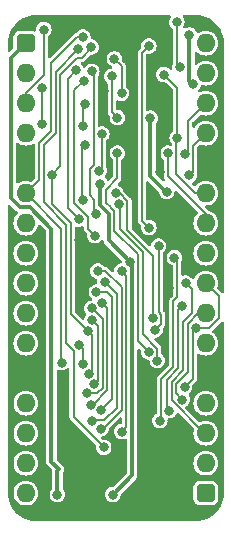
<source format=gbr>
%TF.GenerationSoftware,KiCad,Pcbnew,7.0.5*%
%TF.CreationDate,2024-01-26T10:09:01+02:00*%
%TF.ProjectId,Flags Enable Interrupt,466c6167-7320-4456-9e61-626c6520496e,rev?*%
%TF.SameCoordinates,Original*%
%TF.FileFunction,Copper,L2,Bot*%
%TF.FilePolarity,Positive*%
%FSLAX46Y46*%
G04 Gerber Fmt 4.6, Leading zero omitted, Abs format (unit mm)*
G04 Created by KiCad (PCBNEW 7.0.5) date 2024-01-26 10:09:01*
%MOMM*%
%LPD*%
G01*
G04 APERTURE LIST*
G04 Aperture macros list*
%AMRoundRect*
0 Rectangle with rounded corners*
0 $1 Rounding radius*
0 $2 $3 $4 $5 $6 $7 $8 $9 X,Y pos of 4 corners*
0 Add a 4 corners polygon primitive as box body*
4,1,4,$2,$3,$4,$5,$6,$7,$8,$9,$2,$3,0*
0 Add four circle primitives for the rounded corners*
1,1,$1+$1,$2,$3*
1,1,$1+$1,$4,$5*
1,1,$1+$1,$6,$7*
1,1,$1+$1,$8,$9*
0 Add four rect primitives between the rounded corners*
20,1,$1+$1,$2,$3,$4,$5,0*
20,1,$1+$1,$4,$5,$6,$7,0*
20,1,$1+$1,$6,$7,$8,$9,0*
20,1,$1+$1,$8,$9,$2,$3,0*%
G04 Aperture macros list end*
%TA.AperFunction,ComponentPad*%
%ADD10RoundRect,0.400000X-0.400000X-0.400000X0.400000X-0.400000X0.400000X0.400000X-0.400000X0.400000X0*%
%TD*%
%TA.AperFunction,ComponentPad*%
%ADD11O,1.600000X1.600000*%
%TD*%
%TA.AperFunction,ComponentPad*%
%ADD12R,1.600000X1.600000*%
%TD*%
%TA.AperFunction,ViaPad*%
%ADD13C,0.800000*%
%TD*%
%TA.AperFunction,Conductor*%
%ADD14C,0.200000*%
%TD*%
%TA.AperFunction,Conductor*%
%ADD15C,0.380000*%
%TD*%
G04 APERTURE END LIST*
D10*
%TO.P,J1,1,Pin_1*%
%TO.N,/5V*%
X114300000Y-53340000D03*
D11*
%TO.P,J1,2,Pin_2*%
%TO.N,/CLK*%
X114300000Y-55880000D03*
%TO.P,J1,3,Pin_3*%
%TO.N,/Write Clear Interrupt*%
X114300000Y-58420000D03*
%TO.P,J1,4,Pin_4*%
%TO.N,/~{Set Interrupt on CLK}*%
X114300000Y-60960000D03*
D12*
%TO.P,J1,5,Pin_5*%
%TO.N,/GND*%
X114300000Y-63500000D03*
D11*
%TO.P,J1,6,Pin_6*%
%TO.N,/Read Flags*%
X114300000Y-66040000D03*
%TO.P,J1,7,Pin_7*%
%TO.N,/Write Flags*%
X114300000Y-68580000D03*
%TO.P,J1,8,Pin_8*%
%TO.N,/D7*%
X114300000Y-71120000D03*
%TO.P,J1,9,Pin_9*%
%TO.N,/D6*%
X114300000Y-73660000D03*
%TO.P,J1,10,Pin_10*%
%TO.N,/D5*%
X114300000Y-76200000D03*
%TO.P,J1,11,Pin_11*%
%TO.N,/D4*%
X114300000Y-78740000D03*
D12*
%TO.P,J1,12,Pin_12*%
%TO.N,/GND*%
X114300000Y-81280000D03*
D11*
%TO.P,J1,13,Pin_13*%
%TO.N,/D3*%
X114300000Y-83820000D03*
%TO.P,J1,14,Pin_14*%
%TO.N,/D2*%
X114300000Y-86360000D03*
%TO.P,J1,15,Pin_15*%
%TO.N,/D1*%
X114300000Y-88900000D03*
%TO.P,J1,16,Pin_16*%
%TO.N,/D0*%
X114300000Y-91440000D03*
D10*
%TO.P,J1,17,Pin_17*%
%TO.N,/5V*%
X129540000Y-91440000D03*
D11*
%TO.P,J1,18,Pin_18*%
%TO.N,/F0*%
X129540000Y-88900000D03*
%TO.P,J1,19,Pin_19*%
%TO.N,/F1*%
X129540000Y-86360000D03*
%TO.P,J1,20,Pin_20*%
%TO.N,/F2*%
X129540000Y-83820000D03*
D12*
%TO.P,J1,21,Pin_21*%
%TO.N,/GND*%
X129540000Y-81280000D03*
D11*
%TO.P,J1,22,Pin_22*%
%TO.N,/F3*%
X129540000Y-78740000D03*
%TO.P,J1,23,Pin_23*%
%TO.N,/F4*%
X129540000Y-76200000D03*
%TO.P,J1,24,Pin_24*%
%TO.N,/F5*%
X129540000Y-73660000D03*
%TO.P,J1,25,Pin_25*%
%TO.N,unconnected-(J1-Pin_25-Pad25)*%
X129540000Y-71120000D03*
%TO.P,J1,26,Pin_26*%
%TO.N,/~{Enable}*%
X129540000Y-68580000D03*
%TO.P,J1,27,Pin_27*%
%TO.N,/Enable*%
X129540000Y-66040000D03*
D12*
%TO.P,J1,28,Pin_28*%
%TO.N,/GND*%
X129540000Y-63500000D03*
D11*
%TO.P,J1,29,Pin_29*%
%TO.N,/~{Interrupt}*%
X129540000Y-60960000D03*
%TO.P,J1,30,Pin_30*%
%TO.N,/Interrupt*%
X129540000Y-58420000D03*
%TO.P,J1,31,Pin_31*%
%TO.N,unconnected-(J1-Pin_31-Pad31)*%
X129540000Y-55880000D03*
%TO.P,J1,32,Pin_32*%
%TO.N,/~{Reset}*%
X129540000Y-53340000D03*
%TD*%
D13*
%TO.N,/GND*%
X118745000Y-89662000D03*
X126365000Y-89281000D03*
X122047000Y-60706000D03*
X120901000Y-57404107D03*
X120777000Y-53086000D03*
%TO.N,/3.3V*%
X128143000Y-52639958D03*
X128460500Y-56832500D03*
%TO.N,/~{Reset}*%
X124714000Y-53594000D03*
%TO.N,/~{Write Clear Interrupt}*%
X127091956Y-51575164D03*
X127352990Y-55372000D03*
%TO.N,/D6*%
X119837413Y-53672101D03*
%TO.N,/Interrupt*%
X127740000Y-62700030D03*
%TO.N,/3.3V*%
X126237982Y-65913004D03*
X124840992Y-59690000D03*
%TO.N,/CLK*%
X115696995Y-60197995D03*
X115697000Y-57150000D03*
%TO.N,/Interrupt Enable*%
X122413007Y-57593000D03*
X121793000Y-54672000D03*
%TO.N,/~{Enable Bit}*%
X118768710Y-68235611D03*
X118570160Y-55657401D03*
%TO.N,/Read Flags*%
X119126000Y-52832000D03*
%TO.N,/~{Interrupt}*%
X128143252Y-64526000D03*
X120523000Y-64135000D03*
X120739588Y-61044163D03*
%TO.N,/~{Clear Interrupt}*%
X119333790Y-58456342D03*
X119125992Y-60370781D03*
%TO.N,/Write Clear Interrupt*%
X115824000Y-52196996D03*
%TO.N,/~{Interrupt Enable}*%
X119888056Y-55742940D03*
X120267215Y-67836981D03*
%TO.N,/Enable*%
X125983998Y-56007000D03*
X127116697Y-61359871D03*
%TO.N,/GND*%
X125646000Y-64271714D03*
X126365000Y-60452000D03*
%TO.N,/~{Enable}*%
X126340000Y-62660896D03*
%TO.N,/3.3V*%
X120606767Y-65239538D03*
%TO.N,/~{Set Disable}*%
X121582337Y-56167355D03*
X122047000Y-59658006D03*
%TO.N,/Set Disable*%
X119188000Y-56515000D03*
X120142000Y-69633537D03*
%TO.N,/~{Reset}*%
X124713994Y-68961000D03*
%TO.N,/GND*%
X119253000Y-72197997D03*
X118810006Y-69977000D03*
%TO.N,/Enable*%
X122199245Y-67000223D03*
%TO.N,/Interrupt*%
X122047000Y-62643029D03*
%TO.N,/Enable*%
X125435500Y-80224656D03*
%TO.N,/Interrupt*%
X124714000Y-79502000D03*
%TO.N,/5V*%
X116967000Y-91567000D03*
%TO.N,/F2*%
X126873000Y-71501000D03*
X125649237Y-85313054D03*
%TO.N,/Read Flags*%
X117348000Y-80391000D03*
%TO.N,/D6*%
X116500000Y-64468271D03*
%TO.N,/3.3V*%
X121666000Y-91567006D03*
X123106000Y-71839000D03*
%TO.N,/Write Flags*%
X125538850Y-70523379D03*
X125252266Y-77621572D03*
%TO.N,/~{Set Enable}*%
X119326033Y-61943029D03*
X119124500Y-66611500D03*
%TO.N,/F_{Interrupt Enable}*%
X125052377Y-76641751D03*
X121920000Y-66040000D03*
%TO.N,/F0*%
X122418000Y-72627780D03*
X122428000Y-86233000D03*
%TO.N,/F3*%
X127507977Y-75565004D03*
X126445299Y-84455000D03*
%TO.N,/GND*%
X125983994Y-78349573D03*
%TO.N,/F1*%
X127830000Y-73660000D03*
%TO.N,/GND*%
X126430000Y-74084991D03*
%TO.N,/F5*%
X127740000Y-82477003D03*
X128740012Y-77470000D03*
%TO.N,/F4*%
X127561564Y-83519567D03*
%TO.N,/~{Read Flags}*%
X118732084Y-53878149D03*
X120898381Y-87562000D03*
%TO.N,/D0*%
X120665444Y-85982000D03*
X120396000Y-72644000D03*
%TO.N,/D1*%
X120978633Y-73588508D03*
X119865166Y-85342970D03*
%TO.N,/D2*%
X120683542Y-84428878D03*
X120269000Y-74407179D03*
%TO.N,/D3*%
X120777000Y-75311000D03*
X119809530Y-83942970D03*
%TO.N,/D4*%
X119481802Y-82998195D03*
X119887889Y-75807197D03*
%TO.N,/D5*%
X120113195Y-82222729D03*
X119897305Y-76807155D03*
%TO.N,/D6*%
X119660259Y-81331184D03*
X119580355Y-77755621D03*
%TO.N,/D7*%
X118838159Y-78902187D03*
X119131857Y-80482187D03*
%TD*%
D14*
%TO.N,/~{Write Clear Interrupt}*%
X127091956Y-51575164D02*
X127091956Y-55110966D01*
D15*
%TO.N,/3.3V*%
X128143000Y-56515000D02*
X128460500Y-56832500D01*
D14*
%TO.N,/~{Write Clear Interrupt}*%
X127091956Y-55110966D02*
X127352990Y-55372000D01*
D15*
%TO.N,/3.3V*%
X128143000Y-52639958D02*
X128143000Y-56515000D01*
X124840992Y-64583935D02*
X126170061Y-65913004D01*
X124840992Y-59690000D02*
X124840992Y-64583935D01*
X126170061Y-65913004D02*
X126237982Y-65913004D01*
D14*
%TO.N,/F3*%
X126240000Y-84249701D02*
X126445299Y-84455000D01*
X127216000Y-80879683D02*
X126240000Y-81855683D01*
%TO.N,/F2*%
X125745289Y-85217002D02*
X125649237Y-85313054D01*
X125745289Y-81772711D02*
X125745289Y-85217002D01*
X126788885Y-75167165D02*
X126788885Y-80729115D01*
X127130000Y-74826050D02*
X126788885Y-75167165D01*
X127130000Y-71758000D02*
X127130000Y-74826050D01*
X126873000Y-71501000D02*
X127130000Y-71758000D01*
X126788885Y-80729115D02*
X125745289Y-81772711D01*
%TO.N,/F4*%
X127040000Y-82187053D02*
X127040000Y-82998003D01*
X127450050Y-81777003D02*
X127040000Y-82187053D01*
X127468012Y-81777003D02*
X127450050Y-81777003D01*
X128016000Y-81229015D02*
X127468012Y-81777003D01*
%TO.N,/F3*%
X126240000Y-81855683D02*
X126240000Y-84249701D01*
%TO.N,/F1*%
X127616000Y-81045369D02*
X126640000Y-82021368D01*
X127830000Y-73660000D02*
X128335000Y-74165000D01*
%TO.N,/F4*%
X128905000Y-76200000D02*
X128016000Y-77089000D01*
%TO.N,/F3*%
X127216000Y-75856981D02*
X127216000Y-80879683D01*
%TO.N,/F1*%
X128335000Y-76204315D02*
X127616000Y-76923315D01*
X128335000Y-74165000D02*
X128335000Y-76204315D01*
X126640000Y-82021368D02*
X126640000Y-83587954D01*
%TO.N,/F4*%
X127040000Y-82998003D02*
X127561564Y-83519567D01*
%TO.N,/F3*%
X127507977Y-75565004D02*
X127216000Y-75856981D01*
%TO.N,/F4*%
X128016000Y-77089000D02*
X128016000Y-81229015D01*
%TO.N,/F1*%
X126640000Y-83587954D02*
X129316392Y-86264346D01*
X127616000Y-76923315D02*
X127616000Y-81045369D01*
%TO.N,/F5*%
X128440000Y-77770012D02*
X128440000Y-81777003D01*
X128740012Y-77470000D02*
X128440000Y-77770012D01*
X128440000Y-81777003D02*
X127740000Y-82477003D01*
%TO.N,/D4*%
X120802760Y-76722068D02*
X119887889Y-75807197D01*
X120802760Y-81922344D02*
X120802760Y-76722068D01*
X120813195Y-82512679D02*
X120813195Y-81932779D01*
X120327679Y-82998195D02*
X120813195Y-82512679D01*
X120813195Y-81932779D02*
X120802760Y-81922344D01*
X119481802Y-82998195D02*
X120327679Y-82998195D01*
%TO.N,/CLK*%
X115696995Y-57150005D02*
X115697000Y-57150000D01*
X115696995Y-60197995D02*
X115696995Y-57150005D01*
%TO.N,/D0*%
X121031000Y-72644000D02*
X120396000Y-72644000D01*
X122402793Y-83185823D02*
X122413194Y-83175422D01*
X122402793Y-84384842D02*
X122402793Y-83185823D01*
X122413194Y-74026194D02*
X121031000Y-72644000D01*
X120665444Y-85982000D02*
X120805635Y-85982000D01*
X120805635Y-85982000D02*
X122402793Y-84384842D01*
X122413194Y-83175422D02*
X122413194Y-74026194D01*
%TO.N,/D2*%
X121153037Y-74407179D02*
X120269000Y-74407179D01*
X121613194Y-74867336D02*
X121153037Y-74407179D01*
X121613194Y-82844051D02*
X121613194Y-74867336D01*
X121602793Y-82854452D02*
X121613194Y-82844051D01*
X120683542Y-84428878D02*
X121602793Y-83509627D01*
X121602793Y-83509627D02*
X121602793Y-82854452D01*
%TO.N,/D3*%
X121202760Y-75736760D02*
X120777000Y-75311000D01*
X121202760Y-81756658D02*
X121202760Y-75736760D01*
X121213195Y-81767094D02*
X121202760Y-81756658D01*
X121213195Y-82678365D02*
X121213195Y-81767094D01*
X119948590Y-83942970D02*
X121213195Y-82678365D01*
X119809530Y-83942970D02*
X119948590Y-83942970D01*
%TO.N,/D6*%
X119918000Y-81073443D02*
X119918000Y-78093266D01*
X119660259Y-81331184D02*
X119918000Y-81073443D01*
X118110000Y-76285266D02*
X119580355Y-77755621D01*
X116500000Y-66952703D02*
X118110000Y-68562704D01*
X116500000Y-64468271D02*
X116500000Y-66952703D01*
%TO.N,/D5*%
X120377000Y-77286850D02*
X119897305Y-76807155D01*
X120377000Y-81958924D02*
X120377000Y-77286850D01*
X120113195Y-82222729D02*
X120377000Y-81958924D01*
%TO.N,/~{Read Flags}*%
X116821000Y-60921314D02*
X116821000Y-55789233D01*
X115800000Y-61942314D02*
X116821000Y-60921314D01*
X115800000Y-66818389D02*
X115800000Y-61942314D01*
X117710000Y-68728389D02*
X115800000Y-66818389D01*
X117710000Y-78706832D02*
X117710000Y-68728389D01*
X118138159Y-79192137D02*
X118138159Y-79134991D01*
X118338966Y-79392944D02*
X118138159Y-79192137D01*
X118338966Y-85002585D02*
X118338966Y-79392944D01*
X120898381Y-87562000D02*
X118338966Y-85002585D01*
%TO.N,/D1*%
X120939950Y-85282000D02*
X119926136Y-85282000D01*
X122002793Y-84219157D02*
X120939950Y-85282000D01*
X122002793Y-83020137D02*
X122002793Y-84219157D01*
X122013194Y-83009737D02*
X122002793Y-83020137D01*
X120978633Y-73588508D02*
X122013194Y-74623069D01*
D15*
%TO.N,/3.3V*%
X123292793Y-72809608D02*
X123292793Y-72025793D01*
X123303194Y-72820009D02*
X123292793Y-72809608D01*
X123303194Y-89929812D02*
X123303194Y-72820009D01*
X121666000Y-91567006D02*
X123303194Y-89929812D01*
D14*
%TO.N,/F0*%
X122813194Y-73022974D02*
X122418000Y-72627780D01*
X122802795Y-83351507D02*
X122813194Y-83341107D01*
X122428000Y-86233000D02*
X122802795Y-85858205D01*
%TO.N,/~{Read Flags}*%
X116821000Y-55789233D02*
X118732084Y-53878149D01*
%TO.N,/D1*%
X122013194Y-74623069D02*
X122013194Y-83009737D01*
%TO.N,/D6*%
X118110000Y-68562704D02*
X118110000Y-76285266D01*
%TO.N,/D7*%
X119131857Y-79195885D02*
X119131857Y-80482187D01*
%TO.N,/F0*%
X122802795Y-85858205D02*
X122802795Y-83351507D01*
%TO.N,/D6*%
X119918000Y-78093266D02*
X119580355Y-77755621D01*
%TO.N,/F0*%
X122813194Y-83341107D02*
X122813194Y-73022974D01*
%TO.N,/D7*%
X118838159Y-78902187D02*
X119131857Y-79195885D01*
D15*
%TO.N,/3.3V*%
X123292793Y-72025793D02*
X123106000Y-71839000D01*
D14*
%TO.N,/D1*%
X119926136Y-85282000D02*
X119865166Y-85342970D01*
%TO.N,/~{Read Flags}*%
X118138159Y-79134991D02*
X117710000Y-78706832D01*
%TO.N,/D6*%
X117221000Y-63747271D02*
X116500000Y-64468271D01*
X117221000Y-56016611D02*
X117221000Y-63747271D01*
X118657262Y-54580349D02*
X117221000Y-56016611D01*
X119040712Y-54580349D02*
X118657262Y-54580349D01*
X119837413Y-53783648D02*
X119040712Y-54580349D01*
X119837413Y-53672101D02*
X119837413Y-53783648D01*
%TO.N,/Read Flags*%
X118644050Y-52832000D02*
X119126000Y-52832000D01*
X116421000Y-55055050D02*
X118644050Y-52832000D01*
X115400000Y-64940000D02*
X115400000Y-61776628D01*
X114300000Y-66040000D02*
X115400000Y-64940000D01*
X115400000Y-61776628D02*
X116421000Y-60755629D01*
X116421000Y-60755629D02*
X116421000Y-55055050D01*
%TO.N,/~{Reset}*%
X124141000Y-68388006D02*
X124713994Y-68961000D01*
X124714000Y-53594000D02*
X124141000Y-54167000D01*
X124141000Y-54167000D02*
X124141000Y-68388006D01*
%TO.N,/Interrupt Enable*%
X121793000Y-54672000D02*
X122413007Y-55292007D01*
X122413007Y-55292007D02*
X122413007Y-57593000D01*
%TO.N,/Write Clear Interrupt*%
X115824000Y-56033050D02*
X115824000Y-52196996D01*
X114300000Y-58420000D02*
X114300000Y-57557050D01*
X114300000Y-57557050D02*
X115824000Y-56033050D01*
D15*
%TO.N,/GND*%
X120777000Y-57528107D02*
X120901000Y-57404107D01*
X120777000Y-59563000D02*
X120777000Y-57528107D01*
X122047000Y-60706000D02*
X121920000Y-60706000D01*
X121920000Y-60706000D02*
X120777000Y-59563000D01*
D14*
%TO.N,/~{Set Disable}*%
X121601000Y-56186018D02*
X121582337Y-56167355D01*
X121601000Y-59212006D02*
X121601000Y-56186018D01*
X122047000Y-59658006D02*
X121601000Y-59212006D01*
D15*
%TO.N,/GND*%
X120777000Y-53086000D02*
X120777000Y-57280107D01*
X120777000Y-57280107D02*
X120901000Y-57404107D01*
X126250680Y-78082887D02*
X125983994Y-78349573D01*
X126250680Y-74264311D02*
X126250680Y-78082887D01*
X126430000Y-74084991D02*
X126250680Y-74264311D01*
D14*
%TO.N,/Write Flags*%
X125760680Y-77113158D02*
X125252266Y-77621572D01*
X125538850Y-76098729D02*
X125760680Y-76320559D01*
X125538850Y-70523379D02*
X125538850Y-76098729D01*
X125760680Y-76320559D02*
X125760680Y-77113158D01*
D15*
%TO.N,/GND*%
X130032915Y-90090000D02*
X130730000Y-89392915D01*
X127174000Y-90090000D02*
X130032915Y-90090000D01*
X130730000Y-89392915D02*
X130730000Y-82470000D01*
X130730000Y-82470000D02*
X129540000Y-81280000D01*
X126365000Y-89281000D02*
X127174000Y-90090000D01*
X113110000Y-82470000D02*
X114300000Y-81280000D01*
X113110000Y-91932915D02*
X113110000Y-82470000D01*
X113807085Y-92630000D02*
X113110000Y-91932915D01*
X117555000Y-92630000D02*
X113807085Y-92630000D01*
X118745000Y-91440000D02*
X117555000Y-92630000D01*
X118745000Y-89662000D02*
X118745000Y-91440000D01*
D14*
%TO.N,/Interrupt*%
X123806000Y-78594000D02*
X124714000Y-79502000D01*
X123806000Y-71216372D02*
X123806000Y-78594000D01*
X121487259Y-67278187D02*
X121803002Y-67593930D01*
X121487259Y-67246831D02*
X121487259Y-67278187D01*
X121803002Y-67593930D02*
X121803002Y-69213374D01*
X121093001Y-66852573D02*
X121487259Y-67246831D01*
X121093001Y-65743254D02*
X121093001Y-66852573D01*
X122047000Y-64789255D02*
X121093001Y-65743254D01*
X122047000Y-62643029D02*
X122047000Y-64789255D01*
X121803002Y-69213374D02*
X123806000Y-71216372D01*
%TO.N,/Enable*%
X125435500Y-79207500D02*
X125435500Y-80224656D01*
X124206000Y-77978000D02*
X125435500Y-79207500D01*
X124206000Y-71050687D02*
X124206000Y-77978000D01*
X122266500Y-67067478D02*
X122266500Y-69111186D01*
X122266500Y-69111186D02*
X124206000Y-71050687D01*
X122199245Y-67000223D02*
X122266500Y-67067478D01*
D15*
%TO.N,/GND*%
X126225500Y-80551885D02*
X124841000Y-81936385D01*
X126225500Y-78591079D02*
X126225500Y-80551885D01*
X125983994Y-78349573D02*
X126225500Y-78591079D01*
X124841000Y-81936385D02*
X124841000Y-87757000D01*
X124841000Y-87757000D02*
X126365000Y-89281000D01*
D14*
%TO.N,/F_{Interrupt Enable}*%
X122899245Y-69178245D02*
X125052377Y-71331377D01*
X122899245Y-66678916D02*
X122899245Y-69178245D01*
X122260329Y-66040000D02*
X122899245Y-66678916D01*
X125052377Y-71331377D02*
X125052377Y-76641751D01*
X121920000Y-66040000D02*
X122260329Y-66040000D01*
%TO.N,/F5*%
X129825635Y-77470000D02*
X128740012Y-77470000D01*
X130640000Y-76655635D02*
X129825635Y-77470000D01*
X129540000Y-73660000D02*
X130640000Y-74760000D01*
X130640000Y-74760000D02*
X130640000Y-76655635D01*
%TO.N,/Enable*%
X127116697Y-57139699D02*
X127116697Y-61359871D01*
X125983998Y-56007000D02*
X127116697Y-57139699D01*
%TO.N,/~{Interrupt Enable}*%
X120033790Y-55888674D02*
X119888056Y-55742940D01*
X119696000Y-63972050D02*
X120033790Y-63634260D01*
X120033790Y-63634260D02*
X120033790Y-55888674D01*
X120112999Y-66610049D02*
X119696000Y-66193050D01*
X120112999Y-67682765D02*
X120112999Y-66610049D01*
X120267215Y-67836981D02*
X120112999Y-67682765D01*
X119696000Y-66193050D02*
X119696000Y-63972050D01*
%TO.N,/~{Clear Interrupt}*%
X119125992Y-60370781D02*
X119125992Y-58664140D01*
X119125992Y-58664140D02*
X119333790Y-58456342D01*
%TO.N,/Set Disable*%
X119567215Y-68044165D02*
X118361000Y-66837950D01*
X119567215Y-69058752D02*
X119567215Y-68044165D01*
X120142000Y-69633537D02*
X119567215Y-69058752D01*
X118361000Y-57342000D02*
X119188000Y-56515000D01*
X118361000Y-66837950D02*
X118361000Y-57342000D01*
%TO.N,/~{Enable Bit}*%
X118768710Y-68235611D02*
X117875000Y-67341901D01*
X117875000Y-56352561D02*
X118570160Y-55657401D01*
X117875000Y-67341901D02*
X117875000Y-56352561D01*
%TO.N,/~{Set Enable}*%
X119061000Y-62208062D02*
X119326033Y-61943029D01*
X119061000Y-66548000D02*
X119061000Y-62208062D01*
X119124500Y-66611500D02*
X119061000Y-66548000D01*
%TO.N,/~{Enable}*%
X126346000Y-64624000D02*
X126346000Y-62666896D01*
X129540000Y-67818000D02*
X126346000Y-64624000D01*
X126346000Y-62666896D02*
X126340000Y-62660896D01*
X129540000Y-68580000D02*
X129540000Y-67818000D01*
%TO.N,/Enable*%
X127040000Y-64429000D02*
X127040000Y-61436568D01*
X128651000Y-66040000D02*
X127040000Y-64429000D01*
X129540000Y-66040000D02*
X128651000Y-66040000D01*
X127040000Y-61436568D02*
X127116697Y-61359871D01*
D15*
%TO.N,/GND*%
X125550000Y-64175714D02*
X125646000Y-64271714D01*
X126365000Y-60452000D02*
X125550000Y-61267000D01*
D14*
%TO.N,/Interrupt*%
X128040000Y-62400030D02*
X127740000Y-62700030D01*
X128040000Y-59920000D02*
X128040000Y-62400030D01*
X129540000Y-58420000D02*
X128040000Y-59920000D01*
%TO.N,/~{Interrupt}*%
X128440000Y-64229252D02*
X128143252Y-64526000D01*
X128440000Y-62060000D02*
X128440000Y-64229252D01*
X129540000Y-60960000D02*
X128440000Y-62060000D01*
D15*
%TO.N,/GND*%
X125550000Y-61267000D02*
X125550000Y-64175714D01*
%TO.N,/3.3V*%
X120603001Y-65243304D02*
X120606767Y-65239538D01*
X120603001Y-67055537D02*
X120603001Y-65243304D01*
X120997259Y-67449796D02*
X120603001Y-67055537D01*
X120997259Y-67481151D02*
X120997259Y-67449796D01*
X121313000Y-70046000D02*
X121313000Y-67796892D01*
D14*
%TO.N,/~{Interrupt}*%
X120739588Y-63918412D02*
X120523000Y-64135000D01*
D15*
%TO.N,/3.3V*%
X123106000Y-71839000D02*
X121313000Y-70046000D01*
D14*
%TO.N,/~{Interrupt}*%
X120739588Y-61044163D02*
X120739588Y-63918412D01*
D15*
%TO.N,/3.3V*%
X121313000Y-67796892D02*
X120997259Y-67481151D01*
D14*
%TO.N,/Read Flags*%
X117310000Y-80353000D02*
X117348000Y-80391000D01*
X114300000Y-66040000D02*
X117310000Y-69050000D01*
X117310000Y-69050000D02*
X117310000Y-80353000D01*
D15*
%TO.N,/GND*%
X118810006Y-69977000D02*
X119253000Y-70419994D01*
X119253000Y-70419994D02*
X119253000Y-72197997D01*
%TO.N,/5V*%
X113030000Y-54610000D02*
X114300000Y-53340000D01*
X113030000Y-66452915D02*
X113030000Y-54610000D01*
X113807085Y-67230000D02*
X113030000Y-66452915D01*
X114632915Y-67230000D02*
X113807085Y-67230000D01*
X116459000Y-69056085D02*
X114632915Y-67230000D01*
X116459000Y-88773000D02*
X116459000Y-69056085D01*
X117094000Y-89408000D02*
X116459000Y-88773000D01*
X116967000Y-89535000D02*
X117094000Y-89408000D01*
X116967000Y-91567000D02*
X116967000Y-89535000D01*
%TD*%
%TA.AperFunction,Conductor*%
%TO.N,/GND*%
G36*
X126545359Y-50996452D02*
G01*
X126591114Y-51049256D01*
X126601058Y-51118414D01*
X126580370Y-51171207D01*
X126511737Y-51270639D01*
X126511736Y-51270640D01*
X126455718Y-51418345D01*
X126436678Y-51575163D01*
X126436678Y-51575164D01*
X126455718Y-51731982D01*
X126511736Y-51879687D01*
X126511737Y-51879688D01*
X126601473Y-52009695D01*
X126660264Y-52061778D01*
X126699682Y-52096699D01*
X126736809Y-52155887D01*
X126741456Y-52189514D01*
X126741456Y-55061754D01*
X126738817Y-55087198D01*
X126736913Y-55096278D01*
X126736913Y-55096283D01*
X126739274Y-55115227D01*
X126732169Y-55174532D01*
X126716753Y-55215180D01*
X126716752Y-55215185D01*
X126697712Y-55371999D01*
X126697712Y-55372000D01*
X126714259Y-55508283D01*
X126702798Y-55577206D01*
X126655894Y-55628992D01*
X126588438Y-55647199D01*
X126521848Y-55626046D01*
X126489114Y-55593670D01*
X126474481Y-55572470D01*
X126356238Y-55467717D01*
X126356236Y-55467716D01*
X126356235Y-55467715D01*
X126216363Y-55394303D01*
X126062984Y-55356500D01*
X126062983Y-55356500D01*
X125905013Y-55356500D01*
X125905012Y-55356500D01*
X125751632Y-55394303D01*
X125611760Y-55467715D01*
X125493514Y-55572471D01*
X125403779Y-55702475D01*
X125403778Y-55702476D01*
X125347760Y-55850181D01*
X125328720Y-56006999D01*
X125328720Y-56007000D01*
X125347760Y-56163818D01*
X125397317Y-56294487D01*
X125403778Y-56311523D01*
X125493515Y-56441530D01*
X125611758Y-56546283D01*
X125611760Y-56546284D01*
X125751632Y-56619696D01*
X125905012Y-56657500D01*
X125905013Y-56657500D01*
X126062984Y-56657500D01*
X126070429Y-56656596D01*
X126070835Y-56659941D01*
X126125457Y-56662221D01*
X126173273Y-56691957D01*
X126729877Y-57248561D01*
X126763362Y-57309884D01*
X126766196Y-57336242D01*
X126766196Y-60745520D01*
X126746511Y-60812559D01*
X126724423Y-60838335D01*
X126626215Y-60925339D01*
X126536478Y-61055346D01*
X126536477Y-61055347D01*
X126480459Y-61203052D01*
X126461419Y-61359870D01*
X126461419Y-61359871D01*
X126480459Y-61516689D01*
X126517296Y-61613818D01*
X126536477Y-61664394D01*
X126626214Y-61794401D01*
X126647724Y-61813457D01*
X126684853Y-61872645D01*
X126689500Y-61906284D01*
X126689499Y-61918807D01*
X126669809Y-61985845D01*
X126617001Y-62031595D01*
X126547842Y-62041533D01*
X126535831Y-62039195D01*
X126418985Y-62010396D01*
X126261015Y-62010396D01*
X126261014Y-62010396D01*
X126107634Y-62048199D01*
X125967762Y-62121611D01*
X125849516Y-62226367D01*
X125759781Y-62356371D01*
X125759780Y-62356372D01*
X125703762Y-62504077D01*
X125684721Y-62660895D01*
X125684721Y-62660896D01*
X125703762Y-62817714D01*
X125759780Y-62965419D01*
X125759781Y-62965420D01*
X125849517Y-63095427D01*
X125953726Y-63187746D01*
X125990853Y-63246935D01*
X125995500Y-63280562D01*
X125995500Y-64574788D01*
X125992861Y-64600232D01*
X125990957Y-64609311D01*
X125990957Y-64609317D01*
X125995023Y-64641937D01*
X125995500Y-64649614D01*
X125995500Y-64653040D01*
X125997159Y-64662984D01*
X125998876Y-64673276D01*
X125999245Y-64675808D01*
X126005427Y-64725393D01*
X126007520Y-64732426D01*
X126009907Y-64739379D01*
X126009908Y-64739381D01*
X126011385Y-64742110D01*
X126033691Y-64783330D01*
X126034864Y-64785608D01*
X126056802Y-64830484D01*
X126056803Y-64830485D01*
X126061315Y-64839714D01*
X126057975Y-64841346D01*
X126074665Y-64889389D01*
X126058270Y-64957308D01*
X126007759Y-65005582D01*
X125939167Y-65018884D01*
X125874272Y-64992991D01*
X125863131Y-64983113D01*
X125317811Y-64437793D01*
X125284326Y-64376470D01*
X125281492Y-64350112D01*
X125281492Y-60224618D01*
X125301177Y-60157579D01*
X125323266Y-60131801D01*
X125331475Y-60124530D01*
X125421212Y-59994523D01*
X125477229Y-59846818D01*
X125496270Y-59690000D01*
X125491086Y-59647301D01*
X125477229Y-59533181D01*
X125447692Y-59455300D01*
X125421212Y-59385477D01*
X125331475Y-59255470D01*
X125213232Y-59150717D01*
X125213230Y-59150716D01*
X125213229Y-59150715D01*
X125073357Y-59077303D01*
X124919978Y-59039500D01*
X124919977Y-59039500D01*
X124762007Y-59039500D01*
X124657627Y-59065227D01*
X124645175Y-59068296D01*
X124575372Y-59065227D01*
X124518310Y-59024907D01*
X124492105Y-58960137D01*
X124491500Y-58947899D01*
X124491500Y-54367041D01*
X124511185Y-54300002D01*
X124563989Y-54254247D01*
X124630448Y-54243945D01*
X124635012Y-54244499D01*
X124635015Y-54244500D01*
X124635018Y-54244500D01*
X124792985Y-54244500D01*
X124946365Y-54206696D01*
X125008221Y-54174231D01*
X125086240Y-54133283D01*
X125204483Y-54028530D01*
X125294220Y-53898523D01*
X125350237Y-53750818D01*
X125369278Y-53594000D01*
X125350237Y-53437182D01*
X125294220Y-53289477D01*
X125204483Y-53159470D01*
X125086240Y-53054717D01*
X125086238Y-53054716D01*
X125086237Y-53054715D01*
X124946365Y-52981303D01*
X124792986Y-52943500D01*
X124792985Y-52943500D01*
X124635015Y-52943500D01*
X124635014Y-52943500D01*
X124481634Y-52981303D01*
X124341762Y-53054715D01*
X124337053Y-53058887D01*
X124253604Y-53132816D01*
X124223516Y-53159471D01*
X124133781Y-53289475D01*
X124133780Y-53289476D01*
X124077763Y-53437181D01*
X124058722Y-53594000D01*
X124068724Y-53676381D01*
X124057263Y-53745304D01*
X124033309Y-53779007D01*
X123927955Y-53884361D01*
X123908106Y-53900482D01*
X123900331Y-53905562D01*
X123880143Y-53931498D01*
X123875067Y-53937248D01*
X123872634Y-53939681D01*
X123872624Y-53939694D01*
X123860695Y-53956401D01*
X123859164Y-53958453D01*
X123828483Y-53997872D01*
X123824975Y-54004353D01*
X123821761Y-54010931D01*
X123807506Y-54058809D01*
X123806725Y-54061246D01*
X123790499Y-54108512D01*
X123789294Y-54115733D01*
X123788382Y-54123046D01*
X123790447Y-54172948D01*
X123790500Y-54175510D01*
X123790500Y-68338794D01*
X123787861Y-68364238D01*
X123785957Y-68373318D01*
X123785957Y-68373322D01*
X123790023Y-68405944D01*
X123790499Y-68413606D01*
X123790499Y-68417039D01*
X123790501Y-68417058D01*
X123793876Y-68437283D01*
X123794245Y-68439815D01*
X123800427Y-68489399D01*
X123802520Y-68496432D01*
X123804907Y-68503385D01*
X123804908Y-68503387D01*
X123812608Y-68517615D01*
X123828691Y-68547336D01*
X123829864Y-68549614D01*
X123851802Y-68594490D01*
X123851804Y-68594492D01*
X123856071Y-68600470D01*
X123860580Y-68606262D01*
X123897342Y-68640105D01*
X123899191Y-68641879D01*
X124033303Y-68775991D01*
X124066788Y-68837314D01*
X124068718Y-68878617D01*
X124058716Y-68960999D01*
X124058716Y-68961000D01*
X124077756Y-69117818D01*
X124125048Y-69242514D01*
X124133774Y-69265523D01*
X124223511Y-69395530D01*
X124341754Y-69500283D01*
X124341756Y-69500284D01*
X124481628Y-69573696D01*
X124635008Y-69611500D01*
X124635009Y-69611500D01*
X124792979Y-69611500D01*
X124946359Y-69573696D01*
X124946358Y-69573696D01*
X125086234Y-69500283D01*
X125204477Y-69395530D01*
X125294214Y-69265523D01*
X125350231Y-69117818D01*
X125369272Y-68961000D01*
X125351755Y-68816729D01*
X125350231Y-68804181D01*
X125318340Y-68720092D01*
X125294214Y-68656477D01*
X125204477Y-68526470D01*
X125086234Y-68421717D01*
X125086232Y-68421716D01*
X125086231Y-68421715D01*
X124946359Y-68348303D01*
X124792980Y-68310500D01*
X124792979Y-68310500D01*
X124635009Y-68310500D01*
X124635008Y-68310500D01*
X124630445Y-68311054D01*
X124561522Y-68299593D01*
X124509736Y-68252688D01*
X124491500Y-68187958D01*
X124491500Y-65156766D01*
X124511185Y-65089727D01*
X124563989Y-65043972D01*
X124633147Y-65034028D01*
X124696703Y-65063053D01*
X124703181Y-65069085D01*
X125557366Y-65923270D01*
X125590851Y-65984593D01*
X125592781Y-65996003D01*
X125601744Y-66069820D01*
X125601745Y-66069825D01*
X125637412Y-66163869D01*
X125657762Y-66217527D01*
X125747499Y-66347534D01*
X125865742Y-66452287D01*
X125865744Y-66452288D01*
X126005616Y-66525700D01*
X126158996Y-66563504D01*
X126158997Y-66563504D01*
X126316967Y-66563504D01*
X126470347Y-66525700D01*
X126532237Y-66493217D01*
X126610222Y-66452287D01*
X126728465Y-66347534D01*
X126818202Y-66217527D01*
X126874219Y-66069822D01*
X126889205Y-65946398D01*
X126916827Y-65882221D01*
X126974761Y-65843164D01*
X127044613Y-65841629D01*
X127099982Y-65873664D01*
X128843122Y-67616804D01*
X128876607Y-67678127D01*
X128871623Y-67747819D01*
X128834107Y-67800337D01*
X128793590Y-67833588D01*
X128662317Y-67993547D01*
X128564769Y-68176043D01*
X128504699Y-68374067D01*
X128484417Y-68579999D01*
X128504699Y-68785932D01*
X128504700Y-68785934D01*
X128564768Y-68983954D01*
X128662315Y-69166450D01*
X128685894Y-69195181D01*
X128793589Y-69326410D01*
X128877811Y-69395528D01*
X128953550Y-69457685D01*
X129136046Y-69555232D01*
X129334066Y-69615300D01*
X129334065Y-69615300D01*
X129352529Y-69617118D01*
X129540000Y-69635583D01*
X129745934Y-69615300D01*
X129943954Y-69555232D01*
X130126450Y-69457685D01*
X130286410Y-69326410D01*
X130417685Y-69166450D01*
X130515232Y-68983954D01*
X130575300Y-68785934D01*
X130595583Y-68580000D01*
X130575300Y-68374066D01*
X130515232Y-68176046D01*
X130417685Y-67993550D01*
X130365702Y-67930209D01*
X130286410Y-67833589D01*
X130126452Y-67702317D01*
X130126453Y-67702317D01*
X130126450Y-67702315D01*
X129993704Y-67631360D01*
X129943953Y-67604767D01*
X129799264Y-67560876D01*
X129747579Y-67529897D01*
X129518980Y-67301298D01*
X129485495Y-67239975D01*
X129490479Y-67170283D01*
X129532351Y-67114350D01*
X129594505Y-67090214D01*
X129745934Y-67075300D01*
X129943954Y-67015232D01*
X130126450Y-66917685D01*
X130286410Y-66786410D01*
X130417685Y-66626450D01*
X130515232Y-66443954D01*
X130575300Y-66245934D01*
X130595583Y-66040000D01*
X130575300Y-65834066D01*
X130515232Y-65636046D01*
X130417685Y-65453550D01*
X130342940Y-65362472D01*
X130286410Y-65293589D01*
X130126452Y-65162317D01*
X130126453Y-65162317D01*
X130126450Y-65162315D01*
X129956554Y-65071502D01*
X129943956Y-65064769D01*
X129943955Y-65064768D01*
X129943954Y-65064768D01*
X129745934Y-65004700D01*
X129745932Y-65004699D01*
X129745934Y-65004699D01*
X129540000Y-64984417D01*
X129334067Y-65004699D01*
X129182452Y-65050691D01*
X129140909Y-65063293D01*
X129136043Y-65064769D01*
X129025898Y-65123643D01*
X128953550Y-65162315D01*
X128953548Y-65162316D01*
X128953547Y-65162317D01*
X128793589Y-65293590D01*
X128703092Y-65403860D01*
X128645346Y-65443194D01*
X128575501Y-65445065D01*
X128519558Y-65412876D01*
X128409367Y-65302685D01*
X128375882Y-65241362D01*
X128380866Y-65171670D01*
X128422738Y-65115737D01*
X128439411Y-65105213D01*
X128515492Y-65065283D01*
X128633735Y-64960530D01*
X128723472Y-64830523D01*
X128779489Y-64682818D01*
X128798530Y-64526000D01*
X128779489Y-64369182D01*
X128778585Y-64361736D01*
X128781803Y-64361345D01*
X128784152Y-64306227D01*
X128790500Y-64287740D01*
X128790500Y-64287732D01*
X128791705Y-64280512D01*
X128792617Y-64273204D01*
X128790552Y-64223301D01*
X128790499Y-64220737D01*
X128790499Y-63214738D01*
X128790499Y-62256539D01*
X128810184Y-62189504D01*
X128826813Y-62168867D01*
X129025491Y-61970189D01*
X129086812Y-61936706D01*
X129149162Y-61939210D01*
X129334066Y-61995300D01*
X129334065Y-61995300D01*
X129354347Y-61997297D01*
X129540000Y-62015583D01*
X129745934Y-61995300D01*
X129943954Y-61935232D01*
X130126450Y-61837685D01*
X130286410Y-61706410D01*
X130417685Y-61546450D01*
X130515232Y-61363954D01*
X130575300Y-61165934D01*
X130595583Y-60960000D01*
X130575300Y-60754066D01*
X130515232Y-60556046D01*
X130417685Y-60373550D01*
X130360190Y-60303492D01*
X130286410Y-60213589D01*
X130126452Y-60082317D01*
X130126453Y-60082317D01*
X130126450Y-60082315D01*
X129943954Y-59984768D01*
X129745934Y-59924700D01*
X129745932Y-59924699D01*
X129745934Y-59924699D01*
X129540000Y-59904417D01*
X129334067Y-59924699D01*
X129136043Y-59984769D01*
X129045719Y-60033049D01*
X128953550Y-60082315D01*
X128953548Y-60082316D01*
X128953547Y-60082317D01*
X128793589Y-60213589D01*
X128662317Y-60373547D01*
X128623856Y-60445499D01*
X128574892Y-60495342D01*
X128506755Y-60510801D01*
X128441075Y-60486968D01*
X128398708Y-60431409D01*
X128390500Y-60387048D01*
X128390500Y-60116543D01*
X128410185Y-60049503D01*
X128426815Y-60028866D01*
X129025491Y-59430189D01*
X129086812Y-59396706D01*
X129149162Y-59399210D01*
X129334066Y-59455300D01*
X129334065Y-59455300D01*
X129352529Y-59457118D01*
X129540000Y-59475583D01*
X129745934Y-59455300D01*
X129943954Y-59395232D01*
X130126450Y-59297685D01*
X130286410Y-59166410D01*
X130417685Y-59006450D01*
X130515232Y-58823954D01*
X130575300Y-58625934D01*
X130595583Y-58420000D01*
X130575300Y-58214066D01*
X130515232Y-58016046D01*
X130417685Y-57833550D01*
X130365702Y-57770209D01*
X130286410Y-57673589D01*
X130126452Y-57542317D01*
X130126453Y-57542317D01*
X130126450Y-57542315D01*
X129955355Y-57450862D01*
X129943956Y-57444769D01*
X129943955Y-57444768D01*
X129943954Y-57444768D01*
X129745934Y-57384700D01*
X129745932Y-57384699D01*
X129745934Y-57384699D01*
X129540000Y-57364417D01*
X129334067Y-57384699D01*
X129136041Y-57444769D01*
X129093690Y-57467407D01*
X129025287Y-57481649D01*
X128960043Y-57456649D01*
X128918673Y-57400344D01*
X128914311Y-57330610D01*
X128946429Y-57273017D01*
X128946009Y-57272645D01*
X128947704Y-57270731D01*
X128948342Y-57269588D01*
X128950504Y-57267570D01*
X128950981Y-57267032D01*
X128950981Y-57267031D01*
X128950983Y-57267030D01*
X129040720Y-57137023D01*
X129096737Y-56989318D01*
X129098532Y-56982036D01*
X129101358Y-56982732D01*
X129123623Y-56930935D01*
X129181538Y-56891852D01*
X129251390Y-56890284D01*
X129255111Y-56891349D01*
X129334063Y-56915299D01*
X129334065Y-56915300D01*
X129352529Y-56917118D01*
X129540000Y-56935583D01*
X129745934Y-56915300D01*
X129943954Y-56855232D01*
X130126450Y-56757685D01*
X130286410Y-56626410D01*
X130417685Y-56466450D01*
X130515232Y-56283954D01*
X130575300Y-56085934D01*
X130595583Y-55880000D01*
X130575300Y-55674066D01*
X130515232Y-55476046D01*
X130417685Y-55293550D01*
X130353373Y-55215185D01*
X130286410Y-55133589D01*
X130166836Y-55035459D01*
X130126450Y-55002315D01*
X129943954Y-54904768D01*
X129745934Y-54844700D01*
X129745932Y-54844699D01*
X129745934Y-54844699D01*
X129540000Y-54824417D01*
X129334067Y-54844699D01*
X129136043Y-54904769D01*
X129070873Y-54939604D01*
X128953550Y-55002315D01*
X128953548Y-55002316D01*
X128953547Y-55002317D01*
X128788880Y-55137455D01*
X128787739Y-55136065D01*
X128733836Y-55165487D01*
X128664145Y-55160490D01*
X128608219Y-55118608D01*
X128583814Y-55053139D01*
X128583500Y-55044316D01*
X128583500Y-54175682D01*
X128603185Y-54108643D01*
X128655989Y-54062888D01*
X128725147Y-54052944D01*
X128788703Y-54081969D01*
X128792595Y-54085594D01*
X128875435Y-54153578D01*
X128953550Y-54217685D01*
X129136046Y-54315232D01*
X129334066Y-54375300D01*
X129334065Y-54375300D01*
X129352529Y-54377118D01*
X129540000Y-54395583D01*
X129745934Y-54375300D01*
X129943954Y-54315232D01*
X130126450Y-54217685D01*
X130286410Y-54086410D01*
X130417685Y-53926450D01*
X130515232Y-53743954D01*
X130575300Y-53545934D01*
X130595583Y-53340000D01*
X130575300Y-53134066D01*
X130515232Y-52936046D01*
X130417685Y-52753550D01*
X130356998Y-52679602D01*
X130286410Y-52593589D01*
X130164472Y-52493519D01*
X130126450Y-52462315D01*
X129943954Y-52364768D01*
X129745934Y-52304700D01*
X129745932Y-52304699D01*
X129745934Y-52304699D01*
X129540000Y-52284417D01*
X129334067Y-52304699D01*
X129136043Y-52364769D01*
X128953544Y-52462318D01*
X128947992Y-52466875D01*
X128883681Y-52494185D01*
X128814814Y-52482390D01*
X128763256Y-52435236D01*
X128753390Y-52414988D01*
X128746746Y-52397470D01*
X128723220Y-52335435D01*
X128633483Y-52205428D01*
X128515240Y-52100675D01*
X128515238Y-52100674D01*
X128515237Y-52100673D01*
X128375365Y-52027261D01*
X128221986Y-51989458D01*
X128221985Y-51989458D01*
X128064015Y-51989458D01*
X128064014Y-51989458D01*
X127910637Y-52027261D01*
X127822449Y-52073546D01*
X127753940Y-52087271D01*
X127688887Y-52061778D01*
X127647943Y-52005162D01*
X127644108Y-51935398D01*
X127662772Y-51893310D01*
X127672176Y-51879687D01*
X127728193Y-51731982D01*
X127747234Y-51575164D01*
X127728193Y-51418346D01*
X127719382Y-51395114D01*
X127706948Y-51362328D01*
X127672176Y-51270641D01*
X127603542Y-51171207D01*
X127581659Y-51104852D01*
X127599124Y-51037201D01*
X127650392Y-50989731D01*
X127705592Y-50976767D01*
X128702395Y-50976767D01*
X128706138Y-50976880D01*
X128706155Y-50976881D01*
X128985390Y-50993767D01*
X128992823Y-50994671D01*
X129017541Y-50999200D01*
X129266153Y-51044757D01*
X129273415Y-51046548D01*
X129538710Y-51129215D01*
X129545716Y-51131872D01*
X129799109Y-51245911D01*
X129805740Y-51249391D01*
X130043553Y-51393152D01*
X130049700Y-51397395D01*
X130268452Y-51568773D01*
X130274049Y-51573733D01*
X130470543Y-51770224D01*
X130475513Y-51775833D01*
X130646879Y-51994564D01*
X130651136Y-52000731D01*
X130794893Y-52238532D01*
X130798375Y-52245167D01*
X130866923Y-52397471D01*
X130910151Y-52493519D01*
X130912419Y-52498557D01*
X130915072Y-52505551D01*
X130992351Y-52753547D01*
X130997742Y-52770847D01*
X130999535Y-52778123D01*
X131049624Y-53051448D01*
X131050527Y-53058887D01*
X131067386Y-53337568D01*
X131067499Y-53341313D01*
X131067499Y-74392455D01*
X131047814Y-74459494D01*
X130995010Y-74505249D01*
X130925852Y-74515193D01*
X130862296Y-74486168D01*
X130855818Y-74480136D01*
X130550191Y-74174509D01*
X130516706Y-74113186D01*
X130519210Y-74050837D01*
X130575300Y-73865934D01*
X130595583Y-73660000D01*
X130575300Y-73454066D01*
X130515232Y-73256046D01*
X130417685Y-73073550D01*
X130362161Y-73005893D01*
X130286410Y-72913589D01*
X130148996Y-72800818D01*
X130126450Y-72782315D01*
X129943954Y-72684768D01*
X129745934Y-72624700D01*
X129745932Y-72624699D01*
X129745934Y-72624699D01*
X129558463Y-72606235D01*
X129540000Y-72604417D01*
X129539999Y-72604417D01*
X129334067Y-72624699D01*
X129136043Y-72684769D01*
X129025897Y-72743643D01*
X128953550Y-72782315D01*
X128953548Y-72782316D01*
X128953547Y-72782317D01*
X128793589Y-72913589D01*
X128691245Y-73038298D01*
X128662315Y-73073550D01*
X128614372Y-73163243D01*
X128563241Y-73258902D01*
X128514278Y-73308746D01*
X128446140Y-73324206D01*
X128380461Y-73300374D01*
X128351833Y-73270888D01*
X128330841Y-73240476D01*
X128320483Y-73225470D01*
X128202240Y-73120717D01*
X128202238Y-73120716D01*
X128202237Y-73120715D01*
X128062365Y-73047303D01*
X127908986Y-73009500D01*
X127908985Y-73009500D01*
X127751015Y-73009500D01*
X127646627Y-73035229D01*
X127634175Y-73038298D01*
X127564372Y-73035229D01*
X127507310Y-72994909D01*
X127481105Y-72930139D01*
X127480500Y-72917901D01*
X127480500Y-71807211D01*
X127483139Y-71781764D01*
X127485043Y-71772685D01*
X127484058Y-71764785D01*
X127491163Y-71705473D01*
X127509237Y-71657818D01*
X127528278Y-71501000D01*
X127509237Y-71344182D01*
X127502316Y-71325934D01*
X127462284Y-71220378D01*
X127453220Y-71196477D01*
X127400432Y-71120000D01*
X128484417Y-71120000D01*
X128504699Y-71325932D01*
X128504700Y-71325934D01*
X128564768Y-71523954D01*
X128662315Y-71706450D01*
X128662317Y-71706452D01*
X128793589Y-71866410D01*
X128877811Y-71935528D01*
X128953550Y-71997685D01*
X129136046Y-72095232D01*
X129334066Y-72155300D01*
X129334065Y-72155300D01*
X129354347Y-72157297D01*
X129540000Y-72175583D01*
X129745934Y-72155300D01*
X129943954Y-72095232D01*
X130126450Y-71997685D01*
X130286410Y-71866410D01*
X130417685Y-71706450D01*
X130515232Y-71523954D01*
X130575300Y-71325934D01*
X130595583Y-71120000D01*
X130575300Y-70914066D01*
X130515232Y-70716046D01*
X130417685Y-70533550D01*
X130308703Y-70400754D01*
X130286410Y-70373589D01*
X130129162Y-70244541D01*
X130126450Y-70242315D01*
X129943954Y-70144768D01*
X129745934Y-70084700D01*
X129745932Y-70084699D01*
X129745934Y-70084699D01*
X129540000Y-70064417D01*
X129334067Y-70084699D01*
X129136043Y-70144769D01*
X129045568Y-70193130D01*
X128953550Y-70242315D01*
X128953548Y-70242316D01*
X128953547Y-70242317D01*
X128793589Y-70373589D01*
X128662317Y-70533547D01*
X128564769Y-70716043D01*
X128504699Y-70914067D01*
X128484417Y-71120000D01*
X127400432Y-71120000D01*
X127363483Y-71066470D01*
X127245240Y-70961717D01*
X127245238Y-70961716D01*
X127245237Y-70961715D01*
X127105365Y-70888303D01*
X126951986Y-70850500D01*
X126951985Y-70850500D01*
X126794015Y-70850500D01*
X126794014Y-70850500D01*
X126640634Y-70888303D01*
X126500762Y-70961715D01*
X126500759Y-70961717D01*
X126500760Y-70961717D01*
X126386816Y-71062662D01*
X126382516Y-71066471D01*
X126292781Y-71196475D01*
X126292780Y-71196476D01*
X126236762Y-71344181D01*
X126217721Y-71500999D01*
X126217721Y-71501000D01*
X126236762Y-71657818D01*
X126277331Y-71764788D01*
X126292780Y-71805523D01*
X126382517Y-71935530D01*
X126500760Y-72040283D01*
X126640635Y-72113696D01*
X126685173Y-72124673D01*
X126745554Y-72159828D01*
X126777343Y-72222047D01*
X126779499Y-72245070D01*
X126779499Y-74629505D01*
X126759814Y-74696544D01*
X126743180Y-74717186D01*
X126575840Y-74884526D01*
X126555991Y-74900647D01*
X126548216Y-74905727D01*
X126528028Y-74931663D01*
X126522952Y-74937413D01*
X126520519Y-74939846D01*
X126520509Y-74939859D01*
X126508580Y-74956566D01*
X126507049Y-74958618D01*
X126476368Y-74998037D01*
X126472860Y-75004518D01*
X126469646Y-75011096D01*
X126455391Y-75058974D01*
X126454610Y-75061411D01*
X126438384Y-75108677D01*
X126437179Y-75115898D01*
X126436267Y-75123213D01*
X126438331Y-75173114D01*
X126438384Y-75175676D01*
X126438384Y-80532570D01*
X126418699Y-80599609D01*
X126402065Y-80620251D01*
X125532244Y-81490072D01*
X125512395Y-81506193D01*
X125504620Y-81511273D01*
X125484432Y-81537209D01*
X125479356Y-81542959D01*
X125476923Y-81545392D01*
X125476913Y-81545405D01*
X125464984Y-81562112D01*
X125463453Y-81564164D01*
X125432772Y-81603583D01*
X125429264Y-81610064D01*
X125426050Y-81616642D01*
X125411795Y-81664520D01*
X125411014Y-81666957D01*
X125394788Y-81714223D01*
X125393583Y-81721444D01*
X125392671Y-81728757D01*
X125394736Y-81778659D01*
X125394789Y-81781221D01*
X125394789Y-84636987D01*
X125375104Y-84704026D01*
X125328416Y-84746783D01*
X125277000Y-84773768D01*
X125276999Y-84773769D01*
X125158753Y-84878525D01*
X125069018Y-85008529D01*
X125069017Y-85008530D01*
X125012999Y-85156235D01*
X124993959Y-85313053D01*
X124993959Y-85313054D01*
X125012999Y-85469872D01*
X125034720Y-85527144D01*
X125069017Y-85617577D01*
X125158754Y-85747584D01*
X125276997Y-85852337D01*
X125276999Y-85852338D01*
X125416871Y-85925750D01*
X125570251Y-85963554D01*
X125570252Y-85963554D01*
X125728222Y-85963554D01*
X125881602Y-85925750D01*
X126021477Y-85852337D01*
X126139720Y-85747584D01*
X126229457Y-85617577D01*
X126285474Y-85469872D01*
X126304515Y-85313054D01*
X126296185Y-85244446D01*
X126307646Y-85175522D01*
X126354550Y-85123737D01*
X126419281Y-85105500D01*
X126524284Y-85105500D01*
X126677664Y-85067696D01*
X126705426Y-85053125D01*
X126817539Y-84994283D01*
X126935782Y-84889530D01*
X127025519Y-84759523D01*
X127037352Y-84728320D01*
X127079529Y-84672618D01*
X127145126Y-84648560D01*
X127213317Y-84663786D01*
X127240971Y-84684607D01*
X127860782Y-85304417D01*
X128500028Y-85943663D01*
X128533513Y-86004986D01*
X128531008Y-86067338D01*
X128504699Y-86154067D01*
X128484417Y-86360000D01*
X128504699Y-86565932D01*
X128564769Y-86763956D01*
X128571502Y-86776553D01*
X128662315Y-86946450D01*
X128696969Y-86988677D01*
X128793589Y-87106410D01*
X128890209Y-87185702D01*
X128953550Y-87237685D01*
X129136046Y-87335232D01*
X129334066Y-87395300D01*
X129334065Y-87395300D01*
X129352529Y-87397118D01*
X129540000Y-87415583D01*
X129745934Y-87395300D01*
X129943954Y-87335232D01*
X130126450Y-87237685D01*
X130286410Y-87106410D01*
X130417685Y-86946450D01*
X130515232Y-86763954D01*
X130575300Y-86565934D01*
X130595583Y-86360000D01*
X130575300Y-86154066D01*
X130515232Y-85956046D01*
X130417685Y-85773550D01*
X130352168Y-85693717D01*
X130286410Y-85613589D01*
X130126452Y-85482317D01*
X130126453Y-85482317D01*
X130126450Y-85482315D01*
X129943954Y-85384768D01*
X129745934Y-85324700D01*
X129745932Y-85324699D01*
X129745934Y-85324699D01*
X129540000Y-85304417D01*
X129334067Y-85324699D01*
X129136042Y-85384769D01*
X129084504Y-85412318D01*
X129016101Y-85426560D01*
X128950857Y-85401560D01*
X128938369Y-85390641D01*
X127838369Y-84290641D01*
X127804884Y-84229318D01*
X127809868Y-84159626D01*
X127851740Y-84103693D01*
X127868415Y-84093168D01*
X127933804Y-84058850D01*
X128052047Y-83954097D01*
X128141784Y-83824090D01*
X128143335Y-83820000D01*
X128484417Y-83820000D01*
X128504699Y-84025932D01*
X128525093Y-84093163D01*
X128564768Y-84223954D01*
X128662315Y-84406450D01*
X128662317Y-84406452D01*
X128793589Y-84566410D01*
X128830083Y-84596359D01*
X128953550Y-84697685D01*
X129136046Y-84795232D01*
X129334066Y-84855300D01*
X129334065Y-84855300D01*
X129354347Y-84857297D01*
X129540000Y-84875583D01*
X129745934Y-84855300D01*
X129943954Y-84795232D01*
X130126450Y-84697685D01*
X130286410Y-84566410D01*
X130417685Y-84406450D01*
X130515232Y-84223954D01*
X130575300Y-84025934D01*
X130595583Y-83820000D01*
X130575300Y-83614066D01*
X130515232Y-83416046D01*
X130417685Y-83233550D01*
X130336765Y-83134948D01*
X130286410Y-83073589D01*
X130126452Y-82942317D01*
X130126453Y-82942317D01*
X130126450Y-82942315D01*
X129943954Y-82844768D01*
X129745934Y-82784700D01*
X129745932Y-82784699D01*
X129745934Y-82784699D01*
X129558463Y-82766235D01*
X129540000Y-82764417D01*
X129539999Y-82764417D01*
X129334067Y-82784699D01*
X129136043Y-82844769D01*
X129025897Y-82903643D01*
X128953550Y-82942315D01*
X128953548Y-82942316D01*
X128953547Y-82942317D01*
X128793589Y-83073589D01*
X128662317Y-83233547D01*
X128662315Y-83233550D01*
X128637192Y-83280551D01*
X128564769Y-83416043D01*
X128504699Y-83614067D01*
X128484417Y-83820000D01*
X128143335Y-83820000D01*
X128197801Y-83676385D01*
X128216842Y-83519567D01*
X128197801Y-83362749D01*
X128141784Y-83215044D01*
X128107842Y-83165871D01*
X128085961Y-83099520D01*
X128103426Y-83031869D01*
X128127668Y-83002618D01*
X128230482Y-82911534D01*
X128230483Y-82911533D01*
X128320220Y-82781526D01*
X128376237Y-82633821D01*
X128395278Y-82477003D01*
X128385274Y-82394620D01*
X128396734Y-82325699D01*
X128420686Y-82291997D01*
X128653046Y-82059637D01*
X128672902Y-82043514D01*
X128680669Y-82038440D01*
X128700873Y-82012480D01*
X128705941Y-82006742D01*
X128708375Y-82004310D01*
X128720313Y-81987588D01*
X128721809Y-81985581D01*
X128752517Y-81946129D01*
X128752518Y-81946123D01*
X128756017Y-81939659D01*
X128759235Y-81933074D01*
X128759239Y-81933070D01*
X128773500Y-81885166D01*
X128774270Y-81882766D01*
X128780033Y-81865977D01*
X128790500Y-81835491D01*
X128790500Y-81835486D01*
X128791706Y-81828259D01*
X128792617Y-81820956D01*
X128792542Y-81819157D01*
X128790550Y-81771002D01*
X128790500Y-81768540D01*
X128790500Y-79737413D01*
X128810185Y-79670374D01*
X128862989Y-79624620D01*
X128932147Y-79614676D01*
X128972950Y-79628054D01*
X129136046Y-79715232D01*
X129334066Y-79775300D01*
X129334065Y-79775300D01*
X129354347Y-79777297D01*
X129540000Y-79795583D01*
X129745934Y-79775300D01*
X129943954Y-79715232D01*
X130126450Y-79617685D01*
X130286410Y-79486410D01*
X130417685Y-79326450D01*
X130515232Y-79143954D01*
X130575300Y-78945934D01*
X130595583Y-78740000D01*
X130575300Y-78534066D01*
X130515232Y-78336046D01*
X130417685Y-78153550D01*
X130337712Y-78056102D01*
X130286410Y-77993589D01*
X130123760Y-77860107D01*
X130084425Y-77802361D01*
X130082554Y-77732516D01*
X130114741Y-77676574D01*
X130853046Y-76938269D01*
X130872900Y-76922146D01*
X130875687Y-76920326D01*
X130942577Y-76900144D01*
X131009761Y-76919330D01*
X131055907Y-76971792D01*
X131067499Y-77024141D01*
X131067499Y-91438138D01*
X131067386Y-91441883D01*
X131050494Y-91721108D01*
X131049591Y-91728547D01*
X130999504Y-92001864D01*
X130997711Y-92009140D01*
X130915044Y-92274428D01*
X130912386Y-92281435D01*
X130798348Y-92534815D01*
X130794865Y-92541451D01*
X130651111Y-92779246D01*
X130646854Y-92785413D01*
X130475489Y-93004143D01*
X130470519Y-93009752D01*
X130274032Y-93206237D01*
X130268423Y-93211206D01*
X130049687Y-93382573D01*
X130043520Y-93386830D01*
X129805730Y-93530576D01*
X129799095Y-93534058D01*
X129545708Y-93648095D01*
X129538702Y-93650752D01*
X129273405Y-93733419D01*
X129266129Y-93735213D01*
X128992820Y-93785295D01*
X128985381Y-93786199D01*
X128705610Y-93803119D01*
X128701867Y-93803232D01*
X115137604Y-93803232D01*
X115133861Y-93803119D01*
X114854615Y-93786232D01*
X114847175Y-93785328D01*
X114573860Y-93735245D01*
X114566584Y-93733451D01*
X114301288Y-93650784D01*
X114294282Y-93648127D01*
X114040890Y-93534087D01*
X114034255Y-93530605D01*
X113796457Y-93386854D01*
X113790295Y-93382601D01*
X113571549Y-93211227D01*
X113565950Y-93206266D01*
X113369456Y-93009775D01*
X113364490Y-93004171D01*
X113193120Y-92785435D01*
X113188863Y-92779268D01*
X113165633Y-92740842D01*
X113045096Y-92541451D01*
X113041632Y-92534851D01*
X112927577Y-92281432D01*
X112924930Y-92274455D01*
X112842254Y-92009140D01*
X112840463Y-92001873D01*
X112790375Y-91728551D01*
X112789471Y-91721112D01*
X112780149Y-91567006D01*
X112772613Y-91442411D01*
X112772540Y-91440000D01*
X113244417Y-91440000D01*
X113246632Y-91462497D01*
X113264699Y-91645932D01*
X113288327Y-91723824D01*
X113324768Y-91843954D01*
X113422315Y-92026450D01*
X113422317Y-92026452D01*
X113553589Y-92186410D01*
X113650209Y-92265702D01*
X113713550Y-92317685D01*
X113896046Y-92415232D01*
X114094066Y-92475300D01*
X114094065Y-92475300D01*
X114112529Y-92477118D01*
X114300000Y-92495583D01*
X114505934Y-92475300D01*
X114703954Y-92415232D01*
X114886450Y-92317685D01*
X115046410Y-92186410D01*
X115177685Y-92026450D01*
X115275232Y-91843954D01*
X115335300Y-91645934D01*
X115355583Y-91440000D01*
X115335300Y-91234066D01*
X115275232Y-91036046D01*
X115177685Y-90853550D01*
X115116998Y-90779602D01*
X115046410Y-90693589D01*
X114886452Y-90562317D01*
X114886453Y-90562317D01*
X114886450Y-90562315D01*
X114703954Y-90464768D01*
X114505934Y-90404700D01*
X114505932Y-90404699D01*
X114505934Y-90404699D01*
X114318463Y-90386235D01*
X114300000Y-90384417D01*
X114299999Y-90384417D01*
X114094067Y-90404699D01*
X113896043Y-90464769D01*
X113789129Y-90521917D01*
X113713550Y-90562315D01*
X113713548Y-90562316D01*
X113713547Y-90562317D01*
X113553589Y-90693589D01*
X113422317Y-90853547D01*
X113324769Y-91036043D01*
X113264699Y-91234067D01*
X113248767Y-91395830D01*
X113244417Y-91440000D01*
X112772540Y-91440000D01*
X112772500Y-91438667D01*
X112772500Y-88900000D01*
X113244417Y-88900000D01*
X113264699Y-89105932D01*
X113288850Y-89185548D01*
X113324768Y-89303954D01*
X113422315Y-89486450D01*
X113425901Y-89490819D01*
X113553589Y-89646410D01*
X113617419Y-89698793D01*
X113713550Y-89777685D01*
X113896046Y-89875232D01*
X114094066Y-89935300D01*
X114094065Y-89935300D01*
X114112529Y-89937118D01*
X114300000Y-89955583D01*
X114505934Y-89935300D01*
X114703954Y-89875232D01*
X114886450Y-89777685D01*
X115046410Y-89646410D01*
X115177685Y-89486450D01*
X115275232Y-89303954D01*
X115335300Y-89105934D01*
X115355583Y-88900000D01*
X115335300Y-88694066D01*
X115275232Y-88496046D01*
X115177685Y-88313550D01*
X115094756Y-88212500D01*
X115046410Y-88153589D01*
X114886452Y-88022317D01*
X114886453Y-88022317D01*
X114886450Y-88022315D01*
X114703954Y-87924768D01*
X114505934Y-87864700D01*
X114505932Y-87864699D01*
X114505934Y-87864699D01*
X114300000Y-87844417D01*
X114094067Y-87864699D01*
X113896043Y-87924769D01*
X113785897Y-87983643D01*
X113713550Y-88022315D01*
X113713548Y-88022316D01*
X113713547Y-88022317D01*
X113553589Y-88153589D01*
X113422317Y-88313547D01*
X113324769Y-88496043D01*
X113264699Y-88694067D01*
X113244417Y-88900000D01*
X112772500Y-88900000D01*
X112772500Y-86359999D01*
X113244417Y-86359999D01*
X113264699Y-86565932D01*
X113324769Y-86763956D01*
X113331502Y-86776554D01*
X113422315Y-86946450D01*
X113456969Y-86988677D01*
X113553589Y-87106410D01*
X113650209Y-87185702D01*
X113713550Y-87237685D01*
X113896046Y-87335232D01*
X114094066Y-87395300D01*
X114094065Y-87395300D01*
X114114347Y-87397297D01*
X114300000Y-87415583D01*
X114505934Y-87395300D01*
X114703954Y-87335232D01*
X114886450Y-87237685D01*
X115046410Y-87106410D01*
X115177685Y-86946450D01*
X115275232Y-86763954D01*
X115335300Y-86565934D01*
X115355583Y-86360000D01*
X115335300Y-86154066D01*
X115275232Y-85956046D01*
X115177685Y-85773550D01*
X115112168Y-85693717D01*
X115046410Y-85613589D01*
X114886452Y-85482317D01*
X114886453Y-85482317D01*
X114886450Y-85482315D01*
X114703954Y-85384768D01*
X114505934Y-85324700D01*
X114505932Y-85324699D01*
X114505934Y-85324699D01*
X114300000Y-85304417D01*
X114094067Y-85324699D01*
X113896043Y-85384769D01*
X113817859Y-85426560D01*
X113713550Y-85482315D01*
X113713548Y-85482316D01*
X113713547Y-85482317D01*
X113553589Y-85613589D01*
X113422317Y-85773547D01*
X113422315Y-85773550D01*
X113383643Y-85845897D01*
X113324769Y-85956043D01*
X113264699Y-86154067D01*
X113244417Y-86359999D01*
X112772500Y-86359999D01*
X112772500Y-83820000D01*
X113244417Y-83820000D01*
X113264699Y-84025932D01*
X113285093Y-84093163D01*
X113324768Y-84223954D01*
X113422315Y-84406450D01*
X113422317Y-84406452D01*
X113553589Y-84566410D01*
X113590083Y-84596359D01*
X113713550Y-84697685D01*
X113896046Y-84795232D01*
X114094066Y-84855300D01*
X114094065Y-84855300D01*
X114112529Y-84857118D01*
X114300000Y-84875583D01*
X114505934Y-84855300D01*
X114703954Y-84795232D01*
X114886450Y-84697685D01*
X115046410Y-84566410D01*
X115177685Y-84406450D01*
X115275232Y-84223954D01*
X115335300Y-84025934D01*
X115355583Y-83820000D01*
X115335300Y-83614066D01*
X115275232Y-83416046D01*
X115177685Y-83233550D01*
X115096765Y-83134948D01*
X115046410Y-83073589D01*
X114886452Y-82942317D01*
X114886453Y-82942317D01*
X114886450Y-82942315D01*
X114703954Y-82844768D01*
X114505934Y-82784700D01*
X114505932Y-82784699D01*
X114505934Y-82784699D01*
X114300000Y-82764417D01*
X114094067Y-82784699D01*
X113896043Y-82844769D01*
X113785897Y-82903643D01*
X113713550Y-82942315D01*
X113713548Y-82942316D01*
X113713547Y-82942317D01*
X113553589Y-83073589D01*
X113422317Y-83233547D01*
X113422315Y-83233550D01*
X113397192Y-83280551D01*
X113324769Y-83416043D01*
X113264699Y-83614067D01*
X113244417Y-83820000D01*
X112772500Y-83820000D01*
X112772500Y-78739999D01*
X113244417Y-78739999D01*
X113264699Y-78945932D01*
X113294734Y-79044944D01*
X113324768Y-79143954D01*
X113422315Y-79326450D01*
X113456969Y-79368677D01*
X113553589Y-79486410D01*
X113616605Y-79538125D01*
X113713550Y-79617685D01*
X113896046Y-79715232D01*
X114094066Y-79775300D01*
X114094065Y-79775300D01*
X114112529Y-79777118D01*
X114300000Y-79795583D01*
X114505934Y-79775300D01*
X114703954Y-79715232D01*
X114886450Y-79617685D01*
X115046410Y-79486410D01*
X115177685Y-79326450D01*
X115275232Y-79143954D01*
X115335300Y-78945934D01*
X115355583Y-78740000D01*
X115335300Y-78534066D01*
X115275232Y-78336046D01*
X115177685Y-78153550D01*
X115097712Y-78056102D01*
X115046410Y-77993589D01*
X114886452Y-77862317D01*
X114886453Y-77862317D01*
X114886450Y-77862315D01*
X114703954Y-77764768D01*
X114505934Y-77704700D01*
X114505932Y-77704699D01*
X114505934Y-77704699D01*
X114300000Y-77684417D01*
X114094067Y-77704699D01*
X113896043Y-77764769D01*
X113825715Y-77802361D01*
X113713550Y-77862315D01*
X113713548Y-77862316D01*
X113713547Y-77862317D01*
X113553589Y-77993589D01*
X113422317Y-78153547D01*
X113422315Y-78153550D01*
X113402751Y-78190151D01*
X113324769Y-78336043D01*
X113264699Y-78534067D01*
X113244417Y-78739999D01*
X112772500Y-78739999D01*
X112772500Y-76200000D01*
X113244417Y-76200000D01*
X113264699Y-76405932D01*
X113264700Y-76405934D01*
X113324768Y-76603954D01*
X113422315Y-76786450D01*
X113422317Y-76786452D01*
X113553589Y-76946410D01*
X113574743Y-76963770D01*
X113713550Y-77077685D01*
X113896046Y-77175232D01*
X114094066Y-77235300D01*
X114094065Y-77235300D01*
X114112529Y-77237118D01*
X114300000Y-77255583D01*
X114505934Y-77235300D01*
X114703954Y-77175232D01*
X114886450Y-77077685D01*
X115046410Y-76946410D01*
X115177685Y-76786450D01*
X115275232Y-76603954D01*
X115335300Y-76405934D01*
X115355583Y-76200000D01*
X115335300Y-75994066D01*
X115275232Y-75796046D01*
X115177685Y-75613550D01*
X115086692Y-75502674D01*
X115046410Y-75453589D01*
X114886452Y-75322317D01*
X114886453Y-75322317D01*
X114886450Y-75322315D01*
X114703954Y-75224768D01*
X114505934Y-75164700D01*
X114505932Y-75164699D01*
X114505934Y-75164699D01*
X114318463Y-75146235D01*
X114300000Y-75144417D01*
X114299999Y-75144417D01*
X114094067Y-75164699D01*
X113896043Y-75224769D01*
X113815330Y-75267912D01*
X113713550Y-75322315D01*
X113713548Y-75322316D01*
X113713547Y-75322317D01*
X113553589Y-75453589D01*
X113422317Y-75613547D01*
X113422315Y-75613550D01*
X113383643Y-75685897D01*
X113324769Y-75796043D01*
X113264699Y-75994067D01*
X113244417Y-76200000D01*
X112772500Y-76200000D01*
X112772500Y-73659999D01*
X113244417Y-73659999D01*
X113264699Y-73865932D01*
X113265295Y-73867896D01*
X113324768Y-74063954D01*
X113422315Y-74246450D01*
X113445500Y-74274701D01*
X113553589Y-74406410D01*
X113615405Y-74457140D01*
X113713550Y-74537685D01*
X113896046Y-74635232D01*
X114094066Y-74695300D01*
X114094065Y-74695300D01*
X114106696Y-74696544D01*
X114300000Y-74715583D01*
X114505934Y-74695300D01*
X114703954Y-74635232D01*
X114886450Y-74537685D01*
X115046410Y-74406410D01*
X115177685Y-74246450D01*
X115275232Y-74063954D01*
X115335300Y-73865934D01*
X115355583Y-73660000D01*
X115335300Y-73454066D01*
X115275232Y-73256046D01*
X115177685Y-73073550D01*
X115122161Y-73005893D01*
X115046410Y-72913589D01*
X114908996Y-72800818D01*
X114886450Y-72782315D01*
X114703954Y-72684768D01*
X114505934Y-72624700D01*
X114505932Y-72624699D01*
X114505934Y-72624699D01*
X114300000Y-72604417D01*
X114094067Y-72624699D01*
X113896043Y-72684769D01*
X113785898Y-72743643D01*
X113713550Y-72782315D01*
X113713548Y-72782316D01*
X113713547Y-72782317D01*
X113553589Y-72913589D01*
X113451245Y-73038298D01*
X113422315Y-73073550D01*
X113383643Y-73145897D01*
X113324769Y-73256043D01*
X113264699Y-73454067D01*
X113244417Y-73659999D01*
X112772500Y-73659999D01*
X112772500Y-71120000D01*
X113244417Y-71120000D01*
X113264699Y-71325932D01*
X113264700Y-71325934D01*
X113324768Y-71523954D01*
X113422315Y-71706450D01*
X113422317Y-71706452D01*
X113553589Y-71866410D01*
X113637811Y-71935528D01*
X113713550Y-71997685D01*
X113896046Y-72095232D01*
X114094066Y-72155300D01*
X114094065Y-72155300D01*
X114112529Y-72157118D01*
X114300000Y-72175583D01*
X114505934Y-72155300D01*
X114703954Y-72095232D01*
X114886450Y-71997685D01*
X115046410Y-71866410D01*
X115177685Y-71706450D01*
X115275232Y-71523954D01*
X115335300Y-71325934D01*
X115355583Y-71120000D01*
X115335300Y-70914066D01*
X115275232Y-70716046D01*
X115177685Y-70533550D01*
X115068703Y-70400754D01*
X115046410Y-70373589D01*
X114889162Y-70244541D01*
X114886450Y-70242315D01*
X114703954Y-70144768D01*
X114505934Y-70084700D01*
X114505932Y-70084699D01*
X114505934Y-70084699D01*
X114318463Y-70066235D01*
X114300000Y-70064417D01*
X114299999Y-70064417D01*
X114094067Y-70084699D01*
X113896043Y-70144769D01*
X113805568Y-70193130D01*
X113713550Y-70242315D01*
X113713548Y-70242316D01*
X113713547Y-70242317D01*
X113553589Y-70373589D01*
X113422317Y-70533547D01*
X113324769Y-70716043D01*
X113264699Y-70914067D01*
X113244417Y-71120000D01*
X112772500Y-71120000D01*
X112772500Y-67117738D01*
X112792185Y-67050699D01*
X112844989Y-67004944D01*
X112914147Y-66995000D01*
X112977703Y-67024025D01*
X112984181Y-67030057D01*
X113475640Y-67521516D01*
X113480276Y-67526704D01*
X113497036Y-67547720D01*
X113504084Y-67556557D01*
X113551177Y-67588664D01*
X113553055Y-67589996D01*
X113564572Y-67598496D01*
X113581462Y-67610962D01*
X113623713Y-67666609D01*
X113629172Y-67736265D01*
X113596105Y-67797815D01*
X113586495Y-67806584D01*
X113553591Y-67833588D01*
X113422317Y-67993547D01*
X113324769Y-68176043D01*
X113264699Y-68374067D01*
X113244417Y-68579999D01*
X113264699Y-68785932D01*
X113264700Y-68785934D01*
X113324768Y-68983954D01*
X113422315Y-69166450D01*
X113445894Y-69195181D01*
X113553589Y-69326410D01*
X113637811Y-69395528D01*
X113713550Y-69457685D01*
X113896046Y-69555232D01*
X114094066Y-69615300D01*
X114094065Y-69615300D01*
X114114348Y-69617297D01*
X114300000Y-69635583D01*
X114505934Y-69615300D01*
X114703954Y-69555232D01*
X114886450Y-69457685D01*
X115046410Y-69326410D01*
X115177685Y-69166450D01*
X115275232Y-68983954D01*
X115328914Y-68806984D01*
X115367210Y-68748548D01*
X115431023Y-68720092D01*
X115500090Y-68730652D01*
X115535255Y-68755301D01*
X115982180Y-69202226D01*
X116015665Y-69263549D01*
X116018499Y-69289907D01*
X116018500Y-88744771D01*
X116018110Y-88751719D01*
X116013834Y-88789656D01*
X116019728Y-88820805D01*
X116024438Y-88845698D01*
X116024821Y-88847952D01*
X116033315Y-88904305D01*
X116035781Y-88912301D01*
X116038521Y-88920130D01*
X116065145Y-88970504D01*
X116066190Y-88972574D01*
X116090930Y-89023948D01*
X116095586Y-89030778D01*
X116100569Y-89037528D01*
X116100571Y-89037532D01*
X116140876Y-89077837D01*
X116142459Y-89079481D01*
X116181250Y-89121287D01*
X116188516Y-89127081D01*
X116187978Y-89127754D01*
X116200072Y-89137033D01*
X116490181Y-89427142D01*
X116523666Y-89488465D01*
X116526500Y-89514823D01*
X116526500Y-89525595D01*
X116526457Y-89527879D01*
X116525634Y-89549869D01*
X116524324Y-89584877D01*
X116525365Y-89594110D01*
X116524508Y-89594206D01*
X116526500Y-89609319D01*
X116526500Y-91032381D01*
X116506815Y-91099420D01*
X116484727Y-91125196D01*
X116476518Y-91132468D01*
X116386781Y-91262475D01*
X116386780Y-91262476D01*
X116330762Y-91410181D01*
X116311721Y-91566999D01*
X116311721Y-91567000D01*
X116330762Y-91723818D01*
X116376324Y-91843954D01*
X116386780Y-91871523D01*
X116476517Y-92001530D01*
X116594760Y-92106283D01*
X116594773Y-92106290D01*
X116734634Y-92179696D01*
X116888014Y-92217500D01*
X116888015Y-92217500D01*
X117045985Y-92217500D01*
X117199365Y-92179696D01*
X117199364Y-92179695D01*
X117339240Y-92106283D01*
X117457483Y-92001530D01*
X117547220Y-91871523D01*
X117603237Y-91723818D01*
X117622278Y-91567000D01*
X117615178Y-91508521D01*
X117603237Y-91410181D01*
X117547222Y-91262483D01*
X117547220Y-91262477D01*
X117457483Y-91132470D01*
X117457481Y-91132468D01*
X117449273Y-91125196D01*
X117412146Y-91066007D01*
X117407500Y-91032381D01*
X117407500Y-89765832D01*
X117427185Y-89698793D01*
X117431709Y-89692227D01*
X117437270Y-89684691D01*
X117440126Y-89681109D01*
X117471196Y-89645008D01*
X117472309Y-89642454D01*
X117486203Y-89618390D01*
X117487852Y-89616157D01*
X117503570Y-89571234D01*
X117505262Y-89566924D01*
X117522792Y-89526747D01*
X117524297Y-89523298D01*
X117524608Y-89520532D01*
X117530791Y-89493442D01*
X117531710Y-89490819D01*
X117533490Y-89443233D01*
X117533832Y-89438665D01*
X117539165Y-89391344D01*
X117538646Y-89388604D01*
X117536570Y-89360905D01*
X117536675Y-89358123D01*
X117524351Y-89312130D01*
X117523333Y-89307672D01*
X117514478Y-89260869D01*
X117513173Y-89258400D01*
X117503029Y-89232552D01*
X117502307Y-89229858D01*
X117476975Y-89189543D01*
X117474675Y-89185561D01*
X117452429Y-89143468D01*
X117450456Y-89141495D01*
X117433145Y-89119789D01*
X117431658Y-89117422D01*
X117418309Y-89105934D01*
X117395575Y-89086369D01*
X117392188Y-89083227D01*
X116935819Y-88626858D01*
X116902334Y-88565535D01*
X116899500Y-88539177D01*
X116899500Y-81095380D01*
X116919185Y-81028341D01*
X116971989Y-80982586D01*
X117041147Y-80972642D01*
X117081124Y-80985583D01*
X117115635Y-81003696D01*
X117187748Y-81021470D01*
X117269014Y-81041500D01*
X117269015Y-81041500D01*
X117426985Y-81041500D01*
X117580365Y-81003696D01*
X117650643Y-80966811D01*
X117720240Y-80930283D01*
X117782238Y-80875357D01*
X117845471Y-80845636D01*
X117914734Y-80854820D01*
X117968038Y-80899992D01*
X117988458Y-80966811D01*
X117988465Y-80968173D01*
X117988465Y-84953373D01*
X117985828Y-84978811D01*
X117983923Y-84987898D01*
X117983923Y-84987902D01*
X117987989Y-85020522D01*
X117988466Y-85028199D01*
X117988466Y-85031625D01*
X117989604Y-85038444D01*
X117991842Y-85051861D01*
X117992211Y-85054393D01*
X117998393Y-85103978D01*
X118000486Y-85111011D01*
X118002873Y-85117964D01*
X118002874Y-85117966D01*
X118004807Y-85121537D01*
X118026657Y-85161915D01*
X118027830Y-85164193D01*
X118049768Y-85209069D01*
X118049770Y-85209071D01*
X118054037Y-85215049D01*
X118058548Y-85220844D01*
X118095307Y-85254683D01*
X118097156Y-85256457D01*
X120217690Y-87376991D01*
X120251175Y-87438314D01*
X120253105Y-87479617D01*
X120243103Y-87561999D01*
X120243103Y-87562000D01*
X120262143Y-87718818D01*
X120309777Y-87844417D01*
X120318161Y-87866523D01*
X120407898Y-87996530D01*
X120526141Y-88101283D01*
X120526143Y-88101284D01*
X120666015Y-88174696D01*
X120819395Y-88212500D01*
X120819396Y-88212500D01*
X120977366Y-88212500D01*
X121130746Y-88174696D01*
X121130745Y-88174696D01*
X121270621Y-88101283D01*
X121388864Y-87996530D01*
X121478601Y-87866523D01*
X121534618Y-87718818D01*
X121553659Y-87562000D01*
X121534618Y-87405182D01*
X121530870Y-87395300D01*
X121513373Y-87349164D01*
X121478601Y-87257477D01*
X121388864Y-87127470D01*
X121270621Y-87022717D01*
X121270619Y-87022716D01*
X121270618Y-87022715D01*
X121130746Y-86949303D01*
X120977367Y-86911500D01*
X120977366Y-86911500D01*
X120819396Y-86911500D01*
X120819394Y-86911500D01*
X120811953Y-86912404D01*
X120811565Y-86909209D01*
X120756043Y-86906476D01*
X120709105Y-86877042D01*
X120674945Y-86842882D01*
X120641460Y-86781559D01*
X120646444Y-86711867D01*
X120688316Y-86655934D01*
X120737604Y-86636151D01*
X120737147Y-86634295D01*
X120897809Y-86594696D01*
X120911110Y-86587715D01*
X121037684Y-86521283D01*
X121155927Y-86416530D01*
X121245664Y-86286523D01*
X121301681Y-86138818D01*
X121318246Y-86002387D01*
X121345868Y-85938211D01*
X121353650Y-85929665D01*
X122240615Y-85042701D01*
X122301937Y-85009217D01*
X122371629Y-85014201D01*
X122427562Y-85056073D01*
X122451979Y-85121537D01*
X122452295Y-85130383D01*
X122452295Y-85460105D01*
X122432610Y-85527144D01*
X122379806Y-85572899D01*
X122356024Y-85579599D01*
X122356297Y-85580705D01*
X122195634Y-85620303D01*
X122055762Y-85693715D01*
X121937516Y-85798471D01*
X121847781Y-85928475D01*
X121847780Y-85928476D01*
X121791762Y-86076181D01*
X121772721Y-86232999D01*
X121772721Y-86233000D01*
X121791762Y-86389818D01*
X121841621Y-86521283D01*
X121847780Y-86537523D01*
X121937517Y-86667530D01*
X122055760Y-86772283D01*
X122055762Y-86772284D01*
X122195634Y-86845696D01*
X122349014Y-86883500D01*
X122349015Y-86883500D01*
X122506985Y-86883500D01*
X122660365Y-86845696D01*
X122681066Y-86834830D01*
X122749574Y-86821104D01*
X122814628Y-86846595D01*
X122855573Y-86903210D01*
X122862694Y-86944626D01*
X122862694Y-89695988D01*
X122843009Y-89763027D01*
X122826375Y-89783669D01*
X121729858Y-90880187D01*
X121668535Y-90913672D01*
X121642177Y-90916506D01*
X121587014Y-90916506D01*
X121433634Y-90954309D01*
X121293762Y-91027721D01*
X121175516Y-91132477D01*
X121085781Y-91262481D01*
X121085780Y-91262482D01*
X121029762Y-91410187D01*
X121010721Y-91567005D01*
X121010721Y-91567006D01*
X121029762Y-91723824D01*
X121075322Y-91843954D01*
X121085780Y-91871529D01*
X121175517Y-92001536D01*
X121293760Y-92106289D01*
X121293762Y-92106290D01*
X121433634Y-92179702D01*
X121587014Y-92217506D01*
X121587015Y-92217506D01*
X121744985Y-92217506D01*
X121898365Y-92179702D01*
X121898376Y-92179696D01*
X122038240Y-92106289D01*
X122156483Y-92001536D01*
X122222633Y-91905701D01*
X128489500Y-91905701D01*
X128492401Y-91942567D01*
X128492402Y-91942573D01*
X128538254Y-92100393D01*
X128538255Y-92100396D01*
X128538256Y-92100398D01*
X128541737Y-92106284D01*
X128621917Y-92241862D01*
X128621923Y-92241870D01*
X128738129Y-92358076D01*
X128738133Y-92358079D01*
X128738135Y-92358081D01*
X128879602Y-92441744D01*
X128921224Y-92453836D01*
X129037426Y-92487597D01*
X129037429Y-92487597D01*
X129037431Y-92487598D01*
X129074306Y-92490500D01*
X129074314Y-92490500D01*
X130005686Y-92490500D01*
X130005694Y-92490500D01*
X130042569Y-92487598D01*
X130042571Y-92487597D01*
X130042573Y-92487597D01*
X130084899Y-92475300D01*
X130200398Y-92441744D01*
X130341865Y-92358081D01*
X130458081Y-92241865D01*
X130541744Y-92100398D01*
X130587598Y-91942569D01*
X130590500Y-91905694D01*
X130590500Y-90974306D01*
X130587598Y-90937431D01*
X130580695Y-90913672D01*
X130541745Y-90779606D01*
X130541744Y-90779603D01*
X130541744Y-90779602D01*
X130458081Y-90638135D01*
X130458079Y-90638133D01*
X130458076Y-90638129D01*
X130341870Y-90521923D01*
X130341862Y-90521917D01*
X130245229Y-90464769D01*
X130200398Y-90438256D01*
X130200397Y-90438255D01*
X130200396Y-90438255D01*
X130200393Y-90438254D01*
X130042573Y-90392402D01*
X130042567Y-90392401D01*
X130005701Y-90389500D01*
X130005694Y-90389500D01*
X129074306Y-90389500D01*
X129074298Y-90389500D01*
X129037432Y-90392401D01*
X129037426Y-90392402D01*
X128879606Y-90438254D01*
X128879603Y-90438255D01*
X128738137Y-90521917D01*
X128738129Y-90521923D01*
X128621923Y-90638129D01*
X128621917Y-90638137D01*
X128538255Y-90779603D01*
X128538254Y-90779606D01*
X128492402Y-90937426D01*
X128492401Y-90937432D01*
X128489500Y-90974298D01*
X128489500Y-91905701D01*
X122222633Y-91905701D01*
X122246220Y-91871529D01*
X122302237Y-91723824D01*
X122320587Y-91572696D01*
X122348207Y-91508521D01*
X122355990Y-91499975D01*
X123594722Y-90261243D01*
X123599890Y-90256624D01*
X123629751Y-90232813D01*
X123661888Y-90185674D01*
X123663176Y-90183858D01*
X123697046Y-90137969D01*
X123697047Y-90137967D01*
X123700937Y-90130606D01*
X123704550Y-90123101D01*
X123704554Y-90123097D01*
X123721355Y-90068623D01*
X123722079Y-90066426D01*
X123740904Y-90012631D01*
X123740904Y-90012624D01*
X123742450Y-90004454D01*
X123743691Y-89996215D01*
X123743694Y-89996207D01*
X123743693Y-89939217D01*
X123743735Y-89936932D01*
X123745869Y-89879935D01*
X123745868Y-89879934D01*
X123744829Y-89870705D01*
X123745682Y-89870608D01*
X123743694Y-89855494D01*
X123743694Y-88899999D01*
X128484417Y-88899999D01*
X128504699Y-89105932D01*
X128528850Y-89185548D01*
X128564768Y-89303954D01*
X128662315Y-89486450D01*
X128665901Y-89490819D01*
X128793589Y-89646410D01*
X128857419Y-89698793D01*
X128953550Y-89777685D01*
X129136046Y-89875232D01*
X129334066Y-89935300D01*
X129334065Y-89935300D01*
X129352529Y-89937118D01*
X129540000Y-89955583D01*
X129745934Y-89935300D01*
X129943954Y-89875232D01*
X130126450Y-89777685D01*
X130286410Y-89646410D01*
X130417685Y-89486450D01*
X130515232Y-89303954D01*
X130575300Y-89105934D01*
X130595583Y-88900000D01*
X130575300Y-88694066D01*
X130515232Y-88496046D01*
X130417685Y-88313550D01*
X130334756Y-88212500D01*
X130286410Y-88153589D01*
X130126452Y-88022317D01*
X130126453Y-88022317D01*
X130126450Y-88022315D01*
X129943954Y-87924768D01*
X129745934Y-87864700D01*
X129745932Y-87864699D01*
X129745934Y-87864699D01*
X129558463Y-87846235D01*
X129540000Y-87844417D01*
X129539999Y-87844417D01*
X129334067Y-87864699D01*
X129136043Y-87924769D01*
X129025897Y-87983643D01*
X128953550Y-88022315D01*
X128953548Y-88022316D01*
X128953547Y-88022317D01*
X128793589Y-88153589D01*
X128662317Y-88313547D01*
X128564769Y-88496043D01*
X128504699Y-88694067D01*
X128484417Y-88899999D01*
X123743694Y-88899999D01*
X123743694Y-79326737D01*
X123763379Y-79259698D01*
X123816183Y-79213943D01*
X123885341Y-79203999D01*
X123948897Y-79233024D01*
X123955375Y-79239056D01*
X124033309Y-79316990D01*
X124066794Y-79378313D01*
X124068724Y-79419616D01*
X124058722Y-79501999D01*
X124058722Y-79502000D01*
X124077762Y-79658818D01*
X124127561Y-79790124D01*
X124133780Y-79806523D01*
X124223517Y-79936530D01*
X124341760Y-80041283D01*
X124341762Y-80041284D01*
X124481634Y-80114696D01*
X124635014Y-80152500D01*
X124635015Y-80152500D01*
X124661606Y-80152500D01*
X124728645Y-80172185D01*
X124774400Y-80224989D01*
X124784702Y-80261553D01*
X124799263Y-80381474D01*
X124855280Y-80529179D01*
X124945017Y-80659186D01*
X125063260Y-80763939D01*
X125063262Y-80763940D01*
X125203134Y-80837352D01*
X125356514Y-80875156D01*
X125356515Y-80875156D01*
X125514485Y-80875156D01*
X125667865Y-80837352D01*
X125667864Y-80837352D01*
X125807740Y-80763939D01*
X125925983Y-80659186D01*
X126015720Y-80529179D01*
X126071737Y-80381474D01*
X126090778Y-80224656D01*
X126071737Y-80067838D01*
X126061666Y-80041284D01*
X126045658Y-79999073D01*
X126015720Y-79920133D01*
X125937301Y-79806523D01*
X125925982Y-79790124D01*
X125841442Y-79715230D01*
X125827772Y-79703119D01*
X125790646Y-79643932D01*
X125786000Y-79610312D01*
X125786000Y-79256713D01*
X125788640Y-79231264D01*
X125790543Y-79222187D01*
X125789515Y-79213943D01*
X125786475Y-79189562D01*
X125785999Y-79181886D01*
X125786000Y-79178460D01*
X125782622Y-79158221D01*
X125782253Y-79155688D01*
X125776073Y-79106111D01*
X125776073Y-79106108D01*
X125776070Y-79106103D01*
X125773977Y-79099072D01*
X125771593Y-79092128D01*
X125771592Y-79092119D01*
X125747812Y-79048178D01*
X125746639Y-79045898D01*
X125724699Y-79001018D01*
X125720428Y-78995038D01*
X125715920Y-78989247D01*
X125715918Y-78989242D01*
X125698064Y-78972806D01*
X125679145Y-78955389D01*
X125677296Y-78953615D01*
X125207435Y-78483753D01*
X125173950Y-78422430D01*
X125178934Y-78352738D01*
X125220806Y-78296805D01*
X125286270Y-78272388D01*
X125295116Y-78272072D01*
X125331251Y-78272072D01*
X125484631Y-78234268D01*
X125484631Y-78234267D01*
X125624506Y-78160855D01*
X125742749Y-78056102D01*
X125832486Y-77926095D01*
X125888503Y-77778390D01*
X125907544Y-77621572D01*
X125897540Y-77539189D01*
X125909000Y-77470268D01*
X125932952Y-77436566D01*
X125973726Y-77395792D01*
X125993582Y-77379669D01*
X126001349Y-77374595D01*
X126021553Y-77348635D01*
X126026621Y-77342897D01*
X126029055Y-77340465D01*
X126041005Y-77323725D01*
X126042512Y-77321706D01*
X126046137Y-77317049D01*
X126073197Y-77282284D01*
X126073199Y-77282276D01*
X126076697Y-77275813D01*
X126079921Y-77269221D01*
X126090019Y-77235300D01*
X126094186Y-77221302D01*
X126094944Y-77218935D01*
X126111180Y-77171646D01*
X126111180Y-77171639D01*
X126112386Y-77164414D01*
X126113297Y-77157110D01*
X126111233Y-77107208D01*
X126111180Y-77104646D01*
X126111180Y-76369770D01*
X126113819Y-76344323D01*
X126115723Y-76335244D01*
X126112565Y-76309910D01*
X126111657Y-76302620D01*
X126111180Y-76294944D01*
X126111180Y-76291521D01*
X126108571Y-76275886D01*
X126107798Y-76271258D01*
X126107434Y-76268749D01*
X126101253Y-76219166D01*
X126099157Y-76212127D01*
X126096771Y-76205175D01*
X126072997Y-76161247D01*
X126071837Y-76158996D01*
X126058629Y-76131977D01*
X126049880Y-76114078D01*
X126045599Y-76108083D01*
X126041100Y-76102303D01*
X126041098Y-76102301D01*
X126004322Y-76068446D01*
X126002500Y-76066697D01*
X125925669Y-75989866D01*
X125892184Y-75928543D01*
X125889350Y-75902185D01*
X125889350Y-71137729D01*
X125909035Y-71070690D01*
X125931121Y-71044915D01*
X126029333Y-70957909D01*
X126119070Y-70827902D01*
X126175087Y-70680197D01*
X126194128Y-70523379D01*
X126180366Y-70410033D01*
X126175087Y-70366560D01*
X126148686Y-70296948D01*
X126119070Y-70218856D01*
X126029333Y-70088849D01*
X125911090Y-69984096D01*
X125911088Y-69984095D01*
X125911087Y-69984094D01*
X125771215Y-69910682D01*
X125617836Y-69872879D01*
X125617835Y-69872879D01*
X125459865Y-69872879D01*
X125459864Y-69872879D01*
X125306484Y-69910682D01*
X125166612Y-69984094D01*
X125166609Y-69984096D01*
X125166610Y-69984096D01*
X125053052Y-70084699D01*
X125048366Y-70088850D01*
X124958631Y-70218854D01*
X124958630Y-70218855D01*
X124902613Y-70366559D01*
X124898730Y-70398538D01*
X124871107Y-70462716D01*
X124813173Y-70501771D01*
X124743320Y-70503306D01*
X124687953Y-70471271D01*
X123286064Y-69069382D01*
X123252579Y-69008059D01*
X123249745Y-68981701D01*
X123249745Y-66728127D01*
X123252384Y-66702680D01*
X123254288Y-66693601D01*
X123252515Y-66679379D01*
X123250222Y-66660977D01*
X123249745Y-66653301D01*
X123249745Y-66649878D01*
X123249745Y-66649876D01*
X123246363Y-66629615D01*
X123245999Y-66627106D01*
X123239818Y-66577523D01*
X123237723Y-66570490D01*
X123235337Y-66563538D01*
X123235337Y-66563535D01*
X123211557Y-66519593D01*
X123210387Y-66517321D01*
X123188444Y-66472435D01*
X123184181Y-66466463D01*
X123179662Y-66460657D01*
X123142891Y-66426806D01*
X123141042Y-66425032D01*
X122548814Y-65832803D01*
X122520553Y-65789093D01*
X122500220Y-65735477D01*
X122410483Y-65605470D01*
X122292240Y-65500717D01*
X122292238Y-65500716D01*
X122292237Y-65500715D01*
X122152365Y-65427303D01*
X122152076Y-65427194D01*
X122151894Y-65427056D01*
X122145724Y-65423818D01*
X122146262Y-65422792D01*
X122096373Y-65385017D01*
X122072315Y-65319419D01*
X122087542Y-65251229D01*
X122108359Y-65223577D01*
X122260050Y-65071885D01*
X122279902Y-65055766D01*
X122287669Y-65050692D01*
X122307873Y-65024732D01*
X122312941Y-65018994D01*
X122315375Y-65016562D01*
X122327333Y-64999810D01*
X122328800Y-64997844D01*
X122359517Y-64958381D01*
X122359519Y-64958373D01*
X122363006Y-64951930D01*
X122366234Y-64945327D01*
X122366239Y-64945321D01*
X122380501Y-64897410D01*
X122381259Y-64895045D01*
X122397500Y-64847743D01*
X122397500Y-64847736D01*
X122398705Y-64840516D01*
X122399617Y-64833207D01*
X122397553Y-64783306D01*
X122397500Y-64780744D01*
X122397500Y-63257379D01*
X122417185Y-63190340D01*
X122439271Y-63164565D01*
X122537483Y-63077559D01*
X122627220Y-62947552D01*
X122683237Y-62799847D01*
X122702278Y-62643029D01*
X122699730Y-62622040D01*
X122683237Y-62486210D01*
X122633996Y-62356373D01*
X122627220Y-62338506D01*
X122537483Y-62208499D01*
X122419240Y-62103746D01*
X122419238Y-62103745D01*
X122419237Y-62103744D01*
X122279365Y-62030332D01*
X122125986Y-61992529D01*
X122125985Y-61992529D01*
X121968015Y-61992529D01*
X121968014Y-61992529D01*
X121814634Y-62030332D01*
X121674762Y-62103744D01*
X121556516Y-62208500D01*
X121466781Y-62338504D01*
X121466780Y-62338505D01*
X121410762Y-62486210D01*
X121391721Y-62643028D01*
X121391721Y-62643029D01*
X121410762Y-62799847D01*
X121466780Y-62947552D01*
X121494576Y-62987823D01*
X121556517Y-63077560D01*
X121617109Y-63131239D01*
X121654726Y-63164564D01*
X121691853Y-63223752D01*
X121696500Y-63257379D01*
X121696500Y-64592710D01*
X121676815Y-64659749D01*
X121660181Y-64680391D01*
X121381379Y-64959192D01*
X121320056Y-64992677D01*
X121250364Y-64987693D01*
X121194431Y-64945821D01*
X121191429Y-64941062D01*
X121191248Y-64941188D01*
X121097250Y-64805008D01*
X121060889Y-64772795D01*
X121026251Y-64742109D01*
X120989125Y-64682920D01*
X120989893Y-64613055D01*
X121010381Y-64576503D01*
X121009222Y-64575703D01*
X121043530Y-64525999D01*
X121103220Y-64439523D01*
X121159237Y-64291818D01*
X121178278Y-64135000D01*
X121159237Y-63978182D01*
X121119473Y-63873333D01*
X121100561Y-63823465D01*
X121101930Y-63822945D01*
X121090088Y-63774892D01*
X121090088Y-61658513D01*
X121109773Y-61591474D01*
X121131859Y-61565699D01*
X121230071Y-61478693D01*
X121319808Y-61348686D01*
X121375825Y-61200981D01*
X121394866Y-61044163D01*
X121375825Y-60887345D01*
X121319808Y-60739640D01*
X121230071Y-60609633D01*
X121111828Y-60504880D01*
X121111826Y-60504879D01*
X121111825Y-60504878D01*
X120971953Y-60431466D01*
X120818574Y-60393663D01*
X120818573Y-60393663D01*
X120660603Y-60393663D01*
X120660602Y-60393663D01*
X120537964Y-60423889D01*
X120468161Y-60420819D01*
X120411100Y-60380499D01*
X120384895Y-60315729D01*
X120384290Y-60303492D01*
X120384290Y-56207777D01*
X120396159Y-56167355D01*
X120927059Y-56167355D01*
X120946099Y-56324173D01*
X121002117Y-56471878D01*
X121002118Y-56471879D01*
X121091854Y-56601886D01*
X121154423Y-56657316D01*
X121202613Y-56700008D01*
X121208726Y-56705423D01*
X121245853Y-56764612D01*
X121250500Y-56798239D01*
X121250500Y-59162794D01*
X121247861Y-59188238D01*
X121245957Y-59197317D01*
X121245957Y-59197323D01*
X121250023Y-59229943D01*
X121250500Y-59237620D01*
X121250500Y-59241046D01*
X121252907Y-59255471D01*
X121253876Y-59261282D01*
X121254245Y-59263814D01*
X121260427Y-59313399D01*
X121262520Y-59320432D01*
X121264907Y-59327385D01*
X121264908Y-59327387D01*
X121272608Y-59341615D01*
X121288691Y-59371336D01*
X121289864Y-59373614D01*
X121311802Y-59418490D01*
X121311804Y-59418492D01*
X121316071Y-59424470D01*
X121320582Y-59430265D01*
X121357341Y-59464104D01*
X121359190Y-59465878D01*
X121366309Y-59472997D01*
X121399794Y-59534320D01*
X121401724Y-59575623D01*
X121391722Y-59658005D01*
X121391722Y-59658006D01*
X121410762Y-59814824D01*
X121440589Y-59893469D01*
X121466780Y-59962529D01*
X121556517Y-60092536D01*
X121674760Y-60197289D01*
X121674762Y-60197290D01*
X121814634Y-60270702D01*
X121968014Y-60308506D01*
X121968015Y-60308506D01*
X122125985Y-60308506D01*
X122279365Y-60270702D01*
X122279364Y-60270702D01*
X122419240Y-60197289D01*
X122537483Y-60092536D01*
X122627220Y-59962529D01*
X122683237Y-59814824D01*
X122702278Y-59658006D01*
X122683237Y-59501188D01*
X122673526Y-59475583D01*
X122661992Y-59445169D01*
X122627220Y-59353483D01*
X122537483Y-59223476D01*
X122419240Y-59118723D01*
X122419238Y-59118722D01*
X122419237Y-59118721D01*
X122279365Y-59045309D01*
X122125986Y-59007506D01*
X122125985Y-59007506D01*
X122075500Y-59007506D01*
X122008461Y-58987821D01*
X121962706Y-58935017D01*
X121951500Y-58883506D01*
X121951500Y-58290553D01*
X121971185Y-58223514D01*
X122023989Y-58177759D01*
X122093147Y-58167815D01*
X122133120Y-58180754D01*
X122180642Y-58205696D01*
X122180644Y-58205696D01*
X122180645Y-58205697D01*
X122334021Y-58243500D01*
X122334022Y-58243500D01*
X122491992Y-58243500D01*
X122645372Y-58205696D01*
X122645371Y-58205696D01*
X122785247Y-58132283D01*
X122903490Y-58027530D01*
X122993227Y-57897523D01*
X123049244Y-57749818D01*
X123068285Y-57593000D01*
X123068040Y-57590978D01*
X123049244Y-57436181D01*
X123015607Y-57347488D01*
X122993227Y-57288477D01*
X122903490Y-57158470D01*
X122805278Y-57071463D01*
X122768152Y-57012274D01*
X122763506Y-56978648D01*
X122763506Y-56192007D01*
X122763506Y-55341203D01*
X122766144Y-55315773D01*
X122768049Y-55306692D01*
X122766198Y-55291846D01*
X122763984Y-55274075D01*
X122763507Y-55266398D01*
X122763507Y-55262970D01*
X122763506Y-55262964D01*
X122760130Y-55242735D01*
X122759760Y-55240195D01*
X122757601Y-55222872D01*
X122753580Y-55190614D01*
X122753579Y-55190611D01*
X122751488Y-55183586D01*
X122749098Y-55176623D01*
X122727148Y-55136065D01*
X122725320Y-55132688D01*
X122724164Y-55130444D01*
X122707463Y-55096278D01*
X122702207Y-55085526D01*
X122697926Y-55079531D01*
X122693427Y-55073751D01*
X122693425Y-55073749D01*
X122656649Y-55039894D01*
X122654827Y-55038145D01*
X122473689Y-54857007D01*
X122440204Y-54795684D01*
X122438274Y-54754384D01*
X122448278Y-54672000D01*
X122429237Y-54515182D01*
X122373220Y-54367477D01*
X122283483Y-54237470D01*
X122165240Y-54132717D01*
X122165238Y-54132716D01*
X122165237Y-54132715D01*
X122025365Y-54059303D01*
X121871986Y-54021500D01*
X121871985Y-54021500D01*
X121714015Y-54021500D01*
X121714014Y-54021500D01*
X121560634Y-54059303D01*
X121420762Y-54132715D01*
X121302516Y-54237471D01*
X121212781Y-54367475D01*
X121212780Y-54367476D01*
X121156762Y-54515181D01*
X121137721Y-54671999D01*
X121137721Y-54672000D01*
X121156762Y-54828818D01*
X121196324Y-54933132D01*
X121212780Y-54976523D01*
X121302517Y-55106530D01*
X121381637Y-55176623D01*
X121420762Y-55211285D01*
X121557515Y-55283059D01*
X121607728Y-55331644D01*
X121623702Y-55399663D01*
X121600367Y-55465520D01*
X121545130Y-55508307D01*
X121510659Y-55514819D01*
X121510797Y-55515951D01*
X121503351Y-55516854D01*
X121349971Y-55554658D01*
X121210099Y-55628070D01*
X121091853Y-55732826D01*
X121002118Y-55862830D01*
X121002117Y-55862831D01*
X120946099Y-56010536D01*
X120927059Y-56167354D01*
X120927059Y-56167355D01*
X120396159Y-56167355D01*
X120403975Y-56140738D01*
X120406223Y-56137361D01*
X120468276Y-56047463D01*
X120524293Y-55899758D01*
X120543334Y-55742940D01*
X120540997Y-55723688D01*
X120524293Y-55586121D01*
X120503048Y-55530104D01*
X120468276Y-55438417D01*
X120378539Y-55308410D01*
X120260296Y-55203657D01*
X120260294Y-55203656D01*
X120260293Y-55203655D01*
X120120421Y-55130243D01*
X119967042Y-55092440D01*
X119967041Y-55092440D01*
X119809071Y-55092440D01*
X119809070Y-55092440D01*
X119655690Y-55130243D01*
X119515818Y-55203655D01*
X119480622Y-55234836D01*
X119448872Y-55262964D01*
X119397571Y-55308412D01*
X119360414Y-55362242D01*
X119306131Y-55406232D01*
X119236682Y-55413890D01*
X119174117Y-55382786D01*
X119155491Y-55358464D01*
X119154641Y-55359051D01*
X119109427Y-55293547D01*
X119060643Y-55222871D01*
X118977254Y-55148995D01*
X118940129Y-55089808D01*
X118940896Y-55019942D01*
X118979313Y-54961582D01*
X119043184Y-54933257D01*
X119043995Y-54933152D01*
X119052304Y-54932116D01*
X119058657Y-54931325D01*
X119066329Y-54930849D01*
X119069747Y-54930849D01*
X119069752Y-54930849D01*
X119079015Y-54929303D01*
X119089990Y-54927472D01*
X119092523Y-54927102D01*
X119142105Y-54920922D01*
X119142111Y-54920918D01*
X119149163Y-54918819D01*
X119156089Y-54916441D01*
X119156093Y-54916441D01*
X119184978Y-54900808D01*
X119200041Y-54892657D01*
X119202302Y-54891492D01*
X119247196Y-54869547D01*
X119247199Y-54869543D01*
X119253165Y-54865284D01*
X119258966Y-54860768D01*
X119258970Y-54860767D01*
X119292813Y-54824002D01*
X119294538Y-54822203D01*
X119757822Y-54358920D01*
X119819146Y-54325435D01*
X119845504Y-54322601D01*
X119916398Y-54322601D01*
X120069778Y-54284797D01*
X120209653Y-54211384D01*
X120327896Y-54106631D01*
X120417633Y-53976624D01*
X120473650Y-53828919D01*
X120492691Y-53672101D01*
X120477372Y-53545932D01*
X120473650Y-53515282D01*
X120444030Y-53437181D01*
X120417633Y-53367578D01*
X120327896Y-53237571D01*
X120209653Y-53132818D01*
X120209651Y-53132817D01*
X120209650Y-53132816D01*
X120069778Y-53059404D01*
X119916399Y-53021601D01*
X119916398Y-53021601D01*
X119898224Y-53021601D01*
X119831185Y-53001916D01*
X119785430Y-52949112D01*
X119775128Y-52882656D01*
X119781278Y-52832001D01*
X119781278Y-52831999D01*
X119762237Y-52675181D01*
X119729298Y-52588329D01*
X119706220Y-52527477D01*
X119616483Y-52397470D01*
X119498240Y-52292717D01*
X119498238Y-52292716D01*
X119498237Y-52292715D01*
X119358365Y-52219303D01*
X119204986Y-52181500D01*
X119204985Y-52181500D01*
X119047015Y-52181500D01*
X119047014Y-52181500D01*
X118893634Y-52219303D01*
X118753762Y-52292715D01*
X118635515Y-52397472D01*
X118602714Y-52444991D01*
X118551074Y-52486837D01*
X118551259Y-52487221D01*
X118549635Y-52488002D01*
X118548430Y-52488980D01*
X118541919Y-52491300D01*
X118541064Y-52491652D01*
X118537491Y-52492878D01*
X118536040Y-52493396D01*
X118535624Y-52493519D01*
X118528667Y-52495908D01*
X118484737Y-52519682D01*
X118482461Y-52520853D01*
X118437563Y-52542803D01*
X118431616Y-52547048D01*
X118425789Y-52551584D01*
X118391963Y-52588329D01*
X118390189Y-52590177D01*
X116386181Y-54594185D01*
X116324858Y-54627670D01*
X116255166Y-54622686D01*
X116199233Y-54580814D01*
X116174816Y-54515350D01*
X116174500Y-54506504D01*
X116174500Y-52811346D01*
X116194185Y-52744307D01*
X116216271Y-52718532D01*
X116314483Y-52631526D01*
X116404220Y-52501519D01*
X116460237Y-52353814D01*
X116479278Y-52196996D01*
X116477397Y-52181500D01*
X116460237Y-52040177D01*
X116404536Y-51893307D01*
X116404220Y-51892473D01*
X116314483Y-51762466D01*
X116196240Y-51657713D01*
X116196238Y-51657712D01*
X116196237Y-51657711D01*
X116056365Y-51584299D01*
X115902986Y-51546496D01*
X115902985Y-51546496D01*
X115745015Y-51546496D01*
X115745014Y-51546496D01*
X115591634Y-51584299D01*
X115451762Y-51657711D01*
X115333516Y-51762467D01*
X115243781Y-51892471D01*
X115243780Y-51892472D01*
X115187762Y-52040177D01*
X115168722Y-52196995D01*
X115168722Y-52196999D01*
X115172993Y-52232180D01*
X115161532Y-52301103D01*
X115114627Y-52352888D01*
X115047171Y-52371094D01*
X114986776Y-52353856D01*
X114960396Y-52338255D01*
X114960393Y-52338254D01*
X114802573Y-52292402D01*
X114802567Y-52292401D01*
X114765701Y-52289500D01*
X114765694Y-52289500D01*
X113834306Y-52289500D01*
X113834298Y-52289500D01*
X113797432Y-52292401D01*
X113797426Y-52292402D01*
X113639606Y-52338254D01*
X113639603Y-52338255D01*
X113498137Y-52421917D01*
X113498129Y-52421923D01*
X113381923Y-52538129D01*
X113381917Y-52538137D01*
X113298255Y-52679603D01*
X113298254Y-52679606D01*
X113252402Y-52837426D01*
X113252401Y-52837432D01*
X113249500Y-52874298D01*
X113249499Y-52874313D01*
X113249499Y-53716176D01*
X113229814Y-53783216D01*
X113213180Y-53803857D01*
X112984181Y-54032856D01*
X112922858Y-54066341D01*
X112853166Y-54061357D01*
X112797233Y-54019485D01*
X112772816Y-53954021D01*
X112772500Y-53945175D01*
X112772500Y-53341876D01*
X112772613Y-53338132D01*
X112782230Y-53179146D01*
X112789504Y-53058883D01*
X112790408Y-53051452D01*
X112840495Y-52778135D01*
X112842288Y-52770859D01*
X112847683Y-52753547D01*
X112924962Y-52505550D01*
X112927605Y-52498583D01*
X113041660Y-52245167D01*
X113045130Y-52238554D01*
X113188893Y-52000745D01*
X113193145Y-51994586D01*
X113364521Y-51775843D01*
X113369480Y-51770247D01*
X113565967Y-51573762D01*
X113571576Y-51568793D01*
X113571614Y-51568763D01*
X113790319Y-51397420D01*
X113796461Y-51393181D01*
X114034287Y-51249413D01*
X114040892Y-51245946D01*
X114294301Y-51131899D01*
X114301297Y-51129247D01*
X114566594Y-51046580D01*
X114573861Y-51044788D01*
X114847180Y-50994703D01*
X114854610Y-50993801D01*
X115134389Y-50976881D01*
X115138133Y-50976768D01*
X115231253Y-50976768D01*
X115231262Y-50976767D01*
X126478320Y-50976767D01*
X126545359Y-50996452D01*
G37*
%TD.AperFunction*%
%TA.AperFunction,Conductor*%
G36*
X119168650Y-68842221D02*
G01*
X119209594Y-68898836D01*
X119216715Y-68940251D01*
X119216715Y-69009540D01*
X119214076Y-69034984D01*
X119212172Y-69044063D01*
X119212172Y-69044069D01*
X119216238Y-69076689D01*
X119216715Y-69084366D01*
X119216715Y-69087792D01*
X119217793Y-69094252D01*
X119220091Y-69108028D01*
X119220460Y-69110560D01*
X119226642Y-69160145D01*
X119228735Y-69167178D01*
X119231122Y-69174131D01*
X119231123Y-69174133D01*
X119238823Y-69188361D01*
X119254906Y-69218082D01*
X119256079Y-69220360D01*
X119278017Y-69265236D01*
X119278019Y-69265238D01*
X119282286Y-69271216D01*
X119286795Y-69277008D01*
X119323557Y-69310851D01*
X119325406Y-69312625D01*
X119461309Y-69448528D01*
X119494794Y-69509851D01*
X119496724Y-69551154D01*
X119486722Y-69633536D01*
X119486722Y-69633537D01*
X119505762Y-69790355D01*
X119537060Y-69872879D01*
X119561780Y-69938060D01*
X119651517Y-70068067D01*
X119769760Y-70172820D01*
X119769762Y-70172821D01*
X119909634Y-70246233D01*
X120063014Y-70284037D01*
X120063015Y-70284037D01*
X120220985Y-70284037D01*
X120374365Y-70246233D01*
X120381830Y-70242315D01*
X120514240Y-70172820D01*
X120632483Y-70068067D01*
X120649319Y-70043674D01*
X120703599Y-69999683D01*
X120773047Y-69992021D01*
X120835613Y-70023122D01*
X120871432Y-70083112D01*
X120873207Y-70091055D01*
X120878432Y-70118663D01*
X120878821Y-70120951D01*
X120887315Y-70177306D01*
X120889781Y-70185301D01*
X120892521Y-70193130D01*
X120919145Y-70243504D01*
X120920190Y-70245574D01*
X120944930Y-70296948D01*
X120949586Y-70303778D01*
X120954569Y-70310528D01*
X120954571Y-70310532D01*
X120994876Y-70350837D01*
X120996459Y-70352481D01*
X121035250Y-70394287D01*
X121042516Y-70400081D01*
X121041978Y-70400754D01*
X121054072Y-70410033D01*
X122410672Y-71766633D01*
X122444157Y-71827956D01*
X122439173Y-71897648D01*
X122397301Y-71953581D01*
X122345976Y-71974186D01*
X122346297Y-71975485D01*
X122185634Y-72015083D01*
X122045762Y-72088495D01*
X121927516Y-72193251D01*
X121837781Y-72323255D01*
X121837780Y-72323256D01*
X121781763Y-72470960D01*
X121766105Y-72599912D01*
X121738483Y-72664090D01*
X121680548Y-72703146D01*
X121610696Y-72704681D01*
X121555328Y-72672646D01*
X121313637Y-72430955D01*
X121297511Y-72411098D01*
X121292437Y-72403331D01*
X121266487Y-72383133D01*
X121260741Y-72378059D01*
X121258307Y-72375625D01*
X121241609Y-72363703D01*
X121239555Y-72362171D01*
X121214275Y-72342496D01*
X121200126Y-72331483D01*
X121200124Y-72331482D01*
X121193648Y-72327977D01*
X121187066Y-72324759D01*
X121139182Y-72310503D01*
X121136743Y-72309722D01*
X121089484Y-72293498D01*
X121082269Y-72292294D01*
X121074953Y-72291382D01*
X121026139Y-72293401D01*
X121025049Y-72293447D01*
X121022489Y-72293500D01*
X121009564Y-72293500D01*
X120942525Y-72273815D01*
X120907513Y-72239938D01*
X120886484Y-72209471D01*
X120825337Y-72155300D01*
X120768240Y-72104717D01*
X120768238Y-72104716D01*
X120768237Y-72104715D01*
X120628365Y-72031303D01*
X120474986Y-71993500D01*
X120474985Y-71993500D01*
X120317015Y-71993500D01*
X120317014Y-71993500D01*
X120163634Y-72031303D01*
X120023762Y-72104715D01*
X119905516Y-72209471D01*
X119815781Y-72339475D01*
X119815780Y-72339476D01*
X119759762Y-72487181D01*
X119740721Y-72643999D01*
X119740721Y-72644000D01*
X119759762Y-72800818D01*
X119815779Y-72948523D01*
X119815780Y-72948523D01*
X119905517Y-73078530D01*
X120023760Y-73183283D01*
X120023762Y-73183284D01*
X120163634Y-73256696D01*
X120172585Y-73258902D01*
X120252421Y-73278579D01*
X120312802Y-73313734D01*
X120344591Y-73375953D01*
X120343267Y-73424240D01*
X120343300Y-73424244D01*
X120343257Y-73424590D01*
X120343147Y-73428639D01*
X120342396Y-73431685D01*
X120323355Y-73588507D01*
X120323355Y-73588510D01*
X120326903Y-73617734D01*
X120315442Y-73686657D01*
X120268537Y-73738443D01*
X120203807Y-73756679D01*
X120190014Y-73756679D01*
X120036634Y-73794482D01*
X119896762Y-73867894D01*
X119778516Y-73972650D01*
X119688781Y-74102654D01*
X119688780Y-74102655D01*
X119632762Y-74250360D01*
X119613721Y-74407178D01*
X119613721Y-74407179D01*
X119632762Y-74563997D01*
X119683031Y-74696544D01*
X119688780Y-74711702D01*
X119778517Y-74841709D01*
X119886546Y-74937413D01*
X119889332Y-74939881D01*
X119926459Y-74999071D01*
X119925691Y-75068936D01*
X119887274Y-75127296D01*
X119823403Y-75155621D01*
X119811046Y-75156436D01*
X119808903Y-75156696D01*
X119655523Y-75194500D01*
X119515651Y-75267912D01*
X119397405Y-75372668D01*
X119307670Y-75502672D01*
X119307669Y-75502673D01*
X119251651Y-75650378D01*
X119232611Y-75807196D01*
X119232611Y-75807197D01*
X119251651Y-75964015D01*
X119304097Y-76102301D01*
X119307669Y-76111720D01*
X119397406Y-76241727D01*
X119397407Y-76241728D01*
X119398669Y-76243556D01*
X119420552Y-76309910D01*
X119403087Y-76377562D01*
X119398669Y-76384436D01*
X119317086Y-76502630D01*
X119317085Y-76502631D01*
X119261068Y-76650335D01*
X119260331Y-76656407D01*
X119232707Y-76720584D01*
X119174772Y-76759639D01*
X119104919Y-76761172D01*
X119049554Y-76729138D01*
X118496819Y-76176403D01*
X118463334Y-76115080D01*
X118460500Y-76088722D01*
X118460500Y-68987886D01*
X118480185Y-68920847D01*
X118532989Y-68875092D01*
X118602147Y-68865148D01*
X118614152Y-68867484D01*
X118689725Y-68886111D01*
X118689727Y-68886111D01*
X118847695Y-68886111D01*
X119001075Y-68848307D01*
X119035089Y-68830454D01*
X119103596Y-68816729D01*
X119168650Y-68842221D01*
G37*
%TD.AperFunction*%
%TA.AperFunction,Conductor*%
G36*
X113673164Y-61804541D02*
G01*
X113713550Y-61837685D01*
X113896046Y-61935232D01*
X114094066Y-61995300D01*
X114094065Y-61995300D01*
X114112529Y-61997118D01*
X114300000Y-62015583D01*
X114505934Y-61995300D01*
X114703954Y-61935232D01*
X114867048Y-61848055D01*
X114935449Y-61833814D01*
X115000693Y-61858814D01*
X115042064Y-61915118D01*
X115049500Y-61957414D01*
X115049500Y-64743455D01*
X115029815Y-64810494D01*
X115013181Y-64831136D01*
X114814508Y-65029808D01*
X114753185Y-65063293D01*
X114690833Y-65060788D01*
X114505934Y-65004700D01*
X114505932Y-65004699D01*
X114505934Y-65004699D01*
X114318463Y-64986235D01*
X114300000Y-64984417D01*
X114299999Y-64984417D01*
X114094067Y-65004699D01*
X113942452Y-65050691D01*
X113900909Y-65063293D01*
X113896043Y-65064769D01*
X113713546Y-65162317D01*
X113673164Y-65195458D01*
X113608854Y-65222770D01*
X113539986Y-65210978D01*
X113488427Y-65163826D01*
X113470500Y-65099604D01*
X113470500Y-61900395D01*
X113490185Y-61833356D01*
X113542989Y-61787601D01*
X113612147Y-61777657D01*
X113673164Y-61804541D01*
G37*
%TD.AperFunction*%
%TD*%
M02*

</source>
